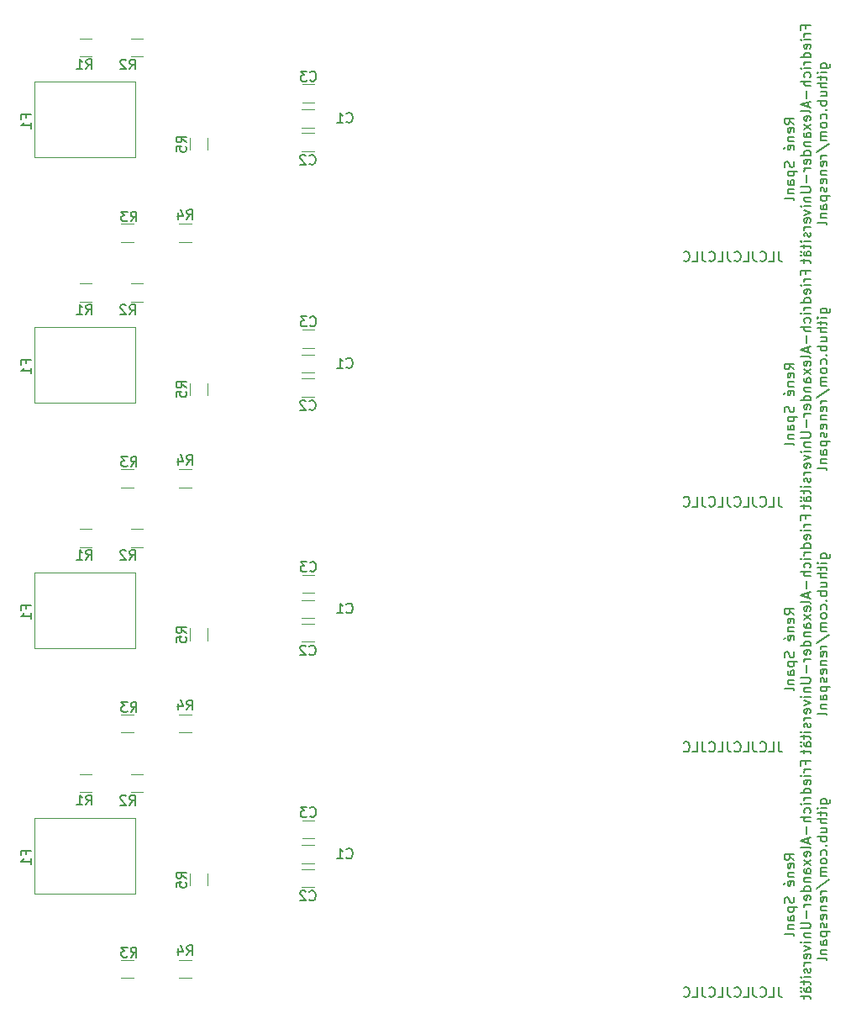
<source format=gbr>
G04 #@! TF.GenerationSoftware,KiCad,Pcbnew,(5.1.5)-3*
G04 #@! TF.CreationDate,2020-11-20T20:52:30+01:00*
G04 #@! TF.ProjectId,IsolationBarrier,49736f6c-6174-4696-9f6e-426172726965,rev?*
G04 #@! TF.SameCoordinates,Original*
G04 #@! TF.FileFunction,Legend,Bot*
G04 #@! TF.FilePolarity,Positive*
%FSLAX46Y46*%
G04 Gerber Fmt 4.6, Leading zero omitted, Abs format (unit mm)*
G04 Created by KiCad (PCBNEW (5.1.5)-3) date 2020-11-20 20:52:31*
%MOMM*%
%LPD*%
G04 APERTURE LIST*
%ADD10C,0.150000*%
%ADD11C,0.120000*%
G04 APERTURE END LIST*
D10*
X122371647Y-183620980D02*
X122371647Y-184335266D01*
X122419266Y-184478123D01*
X122514504Y-184573361D01*
X122657361Y-184620980D01*
X122752600Y-184620980D01*
X121419266Y-184620980D02*
X121895457Y-184620980D01*
X121895457Y-183620980D01*
X120514504Y-184525742D02*
X120562123Y-184573361D01*
X120704980Y-184620980D01*
X120800219Y-184620980D01*
X120943076Y-184573361D01*
X121038314Y-184478123D01*
X121085933Y-184382885D01*
X121133552Y-184192409D01*
X121133552Y-184049552D01*
X121085933Y-183859076D01*
X121038314Y-183763838D01*
X120943076Y-183668600D01*
X120800219Y-183620980D01*
X120704980Y-183620980D01*
X120562123Y-183668600D01*
X120514504Y-183716219D01*
X119800219Y-183620980D02*
X119800219Y-184335266D01*
X119847838Y-184478123D01*
X119943076Y-184573361D01*
X120085933Y-184620980D01*
X120181171Y-184620980D01*
X118847838Y-184620980D02*
X119324028Y-184620980D01*
X119324028Y-183620980D01*
X117943076Y-184525742D02*
X117990695Y-184573361D01*
X118133552Y-184620980D01*
X118228790Y-184620980D01*
X118371647Y-184573361D01*
X118466885Y-184478123D01*
X118514504Y-184382885D01*
X118562123Y-184192409D01*
X118562123Y-184049552D01*
X118514504Y-183859076D01*
X118466885Y-183763838D01*
X118371647Y-183668600D01*
X118228790Y-183620980D01*
X118133552Y-183620980D01*
X117990695Y-183668600D01*
X117943076Y-183716219D01*
X117228790Y-183620980D02*
X117228790Y-184335266D01*
X117276409Y-184478123D01*
X117371647Y-184573361D01*
X117514504Y-184620980D01*
X117609742Y-184620980D01*
X116276409Y-184620980D02*
X116752600Y-184620980D01*
X116752600Y-183620980D01*
X115371647Y-184525742D02*
X115419266Y-184573361D01*
X115562123Y-184620980D01*
X115657361Y-184620980D01*
X115800219Y-184573361D01*
X115895457Y-184478123D01*
X115943076Y-184382885D01*
X115990695Y-184192409D01*
X115990695Y-184049552D01*
X115943076Y-183859076D01*
X115895457Y-183763838D01*
X115800219Y-183668600D01*
X115657361Y-183620980D01*
X115562123Y-183620980D01*
X115419266Y-183668600D01*
X115371647Y-183716219D01*
X114657361Y-183620980D02*
X114657361Y-184335266D01*
X114704980Y-184478123D01*
X114800219Y-184573361D01*
X114943076Y-184620980D01*
X115038314Y-184620980D01*
X113704980Y-184620980D02*
X114181171Y-184620980D01*
X114181171Y-183620980D01*
X112800219Y-184525742D02*
X112847838Y-184573361D01*
X112990695Y-184620980D01*
X113085933Y-184620980D01*
X113228790Y-184573361D01*
X113324028Y-184478123D01*
X113371647Y-184382885D01*
X113419266Y-184192409D01*
X113419266Y-184049552D01*
X113371647Y-183859076D01*
X113324028Y-183763838D01*
X113228790Y-183668600D01*
X113085933Y-183620980D01*
X112990695Y-183620980D01*
X112847838Y-183668600D01*
X112800219Y-183716219D01*
X123959080Y-170798919D02*
X123482890Y-170465585D01*
X123959080Y-170227490D02*
X122959080Y-170227490D01*
X122959080Y-170608442D01*
X123006700Y-170703680D01*
X123054319Y-170751300D01*
X123149557Y-170798919D01*
X123292414Y-170798919D01*
X123387652Y-170751300D01*
X123435271Y-170703680D01*
X123482890Y-170608442D01*
X123482890Y-170227490D01*
X123911461Y-171608442D02*
X123959080Y-171513204D01*
X123959080Y-171322728D01*
X123911461Y-171227490D01*
X123816223Y-171179871D01*
X123435271Y-171179871D01*
X123340033Y-171227490D01*
X123292414Y-171322728D01*
X123292414Y-171513204D01*
X123340033Y-171608442D01*
X123435271Y-171656061D01*
X123530509Y-171656061D01*
X123625747Y-171179871D01*
X123292414Y-172084633D02*
X123959080Y-172084633D01*
X123387652Y-172084633D02*
X123340033Y-172132252D01*
X123292414Y-172227490D01*
X123292414Y-172370347D01*
X123340033Y-172465585D01*
X123435271Y-172513204D01*
X123959080Y-172513204D01*
X123911461Y-173370347D02*
X123959080Y-173275109D01*
X123959080Y-173084633D01*
X123911461Y-172989395D01*
X123816223Y-172941776D01*
X123435271Y-172941776D01*
X123340033Y-172989395D01*
X123292414Y-173084633D01*
X123292414Y-173275109D01*
X123340033Y-173370347D01*
X123435271Y-173417966D01*
X123530509Y-173417966D01*
X123625747Y-172941776D01*
X122911461Y-173275109D02*
X123054319Y-173132252D01*
X123911461Y-174560823D02*
X123959080Y-174703680D01*
X123959080Y-174941776D01*
X123911461Y-175037014D01*
X123863842Y-175084633D01*
X123768604Y-175132252D01*
X123673366Y-175132252D01*
X123578128Y-175084633D01*
X123530509Y-175037014D01*
X123482890Y-174941776D01*
X123435271Y-174751300D01*
X123387652Y-174656061D01*
X123340033Y-174608442D01*
X123244795Y-174560823D01*
X123149557Y-174560823D01*
X123054319Y-174608442D01*
X123006700Y-174656061D01*
X122959080Y-174751300D01*
X122959080Y-174989395D01*
X123006700Y-175132252D01*
X123292414Y-175560823D02*
X124292414Y-175560823D01*
X123340033Y-175560823D02*
X123292414Y-175656061D01*
X123292414Y-175846538D01*
X123340033Y-175941776D01*
X123387652Y-175989395D01*
X123482890Y-176037014D01*
X123768604Y-176037014D01*
X123863842Y-175989395D01*
X123911461Y-175941776D01*
X123959080Y-175846538D01*
X123959080Y-175656061D01*
X123911461Y-175560823D01*
X123959080Y-176894157D02*
X123435271Y-176894157D01*
X123340033Y-176846538D01*
X123292414Y-176751300D01*
X123292414Y-176560823D01*
X123340033Y-176465585D01*
X123911461Y-176894157D02*
X123959080Y-176798919D01*
X123959080Y-176560823D01*
X123911461Y-176465585D01*
X123816223Y-176417966D01*
X123720985Y-176417966D01*
X123625747Y-176465585D01*
X123578128Y-176560823D01*
X123578128Y-176798919D01*
X123530509Y-176894157D01*
X123292414Y-177370347D02*
X123959080Y-177370347D01*
X123387652Y-177370347D02*
X123340033Y-177417966D01*
X123292414Y-177513204D01*
X123292414Y-177656061D01*
X123340033Y-177751300D01*
X123435271Y-177798919D01*
X123959080Y-177798919D01*
X123959080Y-178417966D02*
X123911461Y-178322728D01*
X123816223Y-178275109D01*
X122959080Y-178275109D01*
X125085271Y-161179871D02*
X125085271Y-160846538D01*
X125609080Y-160846538D02*
X124609080Y-160846538D01*
X124609080Y-161322728D01*
X125609080Y-161703680D02*
X124942414Y-161703680D01*
X125132890Y-161703680D02*
X125037652Y-161751300D01*
X124990033Y-161798919D01*
X124942414Y-161894157D01*
X124942414Y-161989395D01*
X125609080Y-162322728D02*
X124942414Y-162322728D01*
X124609080Y-162322728D02*
X124656700Y-162275109D01*
X124704319Y-162322728D01*
X124656700Y-162370347D01*
X124609080Y-162322728D01*
X124704319Y-162322728D01*
X125561461Y-163179871D02*
X125609080Y-163084633D01*
X125609080Y-162894157D01*
X125561461Y-162798919D01*
X125466223Y-162751300D01*
X125085271Y-162751300D01*
X124990033Y-162798919D01*
X124942414Y-162894157D01*
X124942414Y-163084633D01*
X124990033Y-163179871D01*
X125085271Y-163227490D01*
X125180509Y-163227490D01*
X125275747Y-162751300D01*
X125609080Y-164084633D02*
X124609080Y-164084633D01*
X125561461Y-164084633D02*
X125609080Y-163989395D01*
X125609080Y-163798919D01*
X125561461Y-163703680D01*
X125513842Y-163656061D01*
X125418604Y-163608442D01*
X125132890Y-163608442D01*
X125037652Y-163656061D01*
X124990033Y-163703680D01*
X124942414Y-163798919D01*
X124942414Y-163989395D01*
X124990033Y-164084633D01*
X125609080Y-164560823D02*
X124942414Y-164560823D01*
X125132890Y-164560823D02*
X125037652Y-164608442D01*
X124990033Y-164656061D01*
X124942414Y-164751300D01*
X124942414Y-164846538D01*
X125609080Y-165179871D02*
X124942414Y-165179871D01*
X124609080Y-165179871D02*
X124656700Y-165132252D01*
X124704319Y-165179871D01*
X124656700Y-165227490D01*
X124609080Y-165179871D01*
X124704319Y-165179871D01*
X125561461Y-166084633D02*
X125609080Y-165989395D01*
X125609080Y-165798919D01*
X125561461Y-165703680D01*
X125513842Y-165656061D01*
X125418604Y-165608442D01*
X125132890Y-165608442D01*
X125037652Y-165656061D01*
X124990033Y-165703680D01*
X124942414Y-165798919D01*
X124942414Y-165989395D01*
X124990033Y-166084633D01*
X125609080Y-166513204D02*
X124609080Y-166513204D01*
X125609080Y-166941776D02*
X125085271Y-166941776D01*
X124990033Y-166894157D01*
X124942414Y-166798919D01*
X124942414Y-166656061D01*
X124990033Y-166560823D01*
X125037652Y-166513204D01*
X125228128Y-167417966D02*
X125228128Y-168179871D01*
X125323366Y-168608442D02*
X125323366Y-169084633D01*
X125609080Y-168513204D02*
X124609080Y-168846538D01*
X125609080Y-169179871D01*
X125609080Y-169656061D02*
X125561461Y-169560823D01*
X125466223Y-169513204D01*
X124609080Y-169513204D01*
X125561461Y-170417966D02*
X125609080Y-170322728D01*
X125609080Y-170132252D01*
X125561461Y-170037014D01*
X125466223Y-169989395D01*
X125085271Y-169989395D01*
X124990033Y-170037014D01*
X124942414Y-170132252D01*
X124942414Y-170322728D01*
X124990033Y-170417966D01*
X125085271Y-170465585D01*
X125180509Y-170465585D01*
X125275747Y-169989395D01*
X125609080Y-170798919D02*
X124942414Y-171322728D01*
X124942414Y-170798919D02*
X125609080Y-171322728D01*
X125609080Y-172132252D02*
X125085271Y-172132252D01*
X124990033Y-172084633D01*
X124942414Y-171989395D01*
X124942414Y-171798919D01*
X124990033Y-171703680D01*
X125561461Y-172132252D02*
X125609080Y-172037014D01*
X125609080Y-171798919D01*
X125561461Y-171703680D01*
X125466223Y-171656061D01*
X125370985Y-171656061D01*
X125275747Y-171703680D01*
X125228128Y-171798919D01*
X125228128Y-172037014D01*
X125180509Y-172132252D01*
X124942414Y-172608442D02*
X125609080Y-172608442D01*
X125037652Y-172608442D02*
X124990033Y-172656061D01*
X124942414Y-172751300D01*
X124942414Y-172894157D01*
X124990033Y-172989395D01*
X125085271Y-173037014D01*
X125609080Y-173037014D01*
X125609080Y-173941776D02*
X124609080Y-173941776D01*
X125561461Y-173941776D02*
X125609080Y-173846538D01*
X125609080Y-173656061D01*
X125561461Y-173560823D01*
X125513842Y-173513204D01*
X125418604Y-173465585D01*
X125132890Y-173465585D01*
X125037652Y-173513204D01*
X124990033Y-173560823D01*
X124942414Y-173656061D01*
X124942414Y-173846538D01*
X124990033Y-173941776D01*
X125561461Y-174798919D02*
X125609080Y-174703680D01*
X125609080Y-174513204D01*
X125561461Y-174417966D01*
X125466223Y-174370347D01*
X125085271Y-174370347D01*
X124990033Y-174417966D01*
X124942414Y-174513204D01*
X124942414Y-174703680D01*
X124990033Y-174798919D01*
X125085271Y-174846538D01*
X125180509Y-174846538D01*
X125275747Y-174370347D01*
X125609080Y-175275109D02*
X124942414Y-175275109D01*
X125132890Y-175275109D02*
X125037652Y-175322728D01*
X124990033Y-175370347D01*
X124942414Y-175465585D01*
X124942414Y-175560823D01*
X125228128Y-175894157D02*
X125228128Y-176656061D01*
X124609080Y-177132252D02*
X125418604Y-177132252D01*
X125513842Y-177179871D01*
X125561461Y-177227490D01*
X125609080Y-177322728D01*
X125609080Y-177513204D01*
X125561461Y-177608442D01*
X125513842Y-177656061D01*
X125418604Y-177703680D01*
X124609080Y-177703680D01*
X124942414Y-178179871D02*
X125609080Y-178179871D01*
X125037652Y-178179871D02*
X124990033Y-178227490D01*
X124942414Y-178322728D01*
X124942414Y-178465585D01*
X124990033Y-178560823D01*
X125085271Y-178608442D01*
X125609080Y-178608442D01*
X125609080Y-179084633D02*
X124942414Y-179084633D01*
X124609080Y-179084633D02*
X124656700Y-179037014D01*
X124704319Y-179084633D01*
X124656700Y-179132252D01*
X124609080Y-179084633D01*
X124704319Y-179084633D01*
X124942414Y-179465585D02*
X125609080Y-179703680D01*
X124942414Y-179941776D01*
X125561461Y-180703680D02*
X125609080Y-180608442D01*
X125609080Y-180417966D01*
X125561461Y-180322728D01*
X125466223Y-180275109D01*
X125085271Y-180275109D01*
X124990033Y-180322728D01*
X124942414Y-180417966D01*
X124942414Y-180608442D01*
X124990033Y-180703680D01*
X125085271Y-180751300D01*
X125180509Y-180751300D01*
X125275747Y-180275109D01*
X125609080Y-181179871D02*
X124942414Y-181179871D01*
X125132890Y-181179871D02*
X125037652Y-181227490D01*
X124990033Y-181275109D01*
X124942414Y-181370347D01*
X124942414Y-181465585D01*
X125561461Y-181751300D02*
X125609080Y-181846538D01*
X125609080Y-182037014D01*
X125561461Y-182132252D01*
X125466223Y-182179871D01*
X125418604Y-182179871D01*
X125323366Y-182132252D01*
X125275747Y-182037014D01*
X125275747Y-181894157D01*
X125228128Y-181798919D01*
X125132890Y-181751300D01*
X125085271Y-181751300D01*
X124990033Y-181798919D01*
X124942414Y-181894157D01*
X124942414Y-182037014D01*
X124990033Y-182132252D01*
X125609080Y-182608442D02*
X124942414Y-182608442D01*
X124609080Y-182608442D02*
X124656700Y-182560823D01*
X124704319Y-182608442D01*
X124656700Y-182656061D01*
X124609080Y-182608442D01*
X124704319Y-182608442D01*
X124942414Y-182941776D02*
X124942414Y-183322728D01*
X124609080Y-183084633D02*
X125466223Y-183084633D01*
X125561461Y-183132252D01*
X125609080Y-183227490D01*
X125609080Y-183322728D01*
X125609080Y-184084633D02*
X125085271Y-184084633D01*
X124990033Y-184037014D01*
X124942414Y-183941776D01*
X124942414Y-183751300D01*
X124990033Y-183656061D01*
X125561461Y-184084633D02*
X125609080Y-183989395D01*
X125609080Y-183751300D01*
X125561461Y-183656061D01*
X125466223Y-183608442D01*
X125370985Y-183608442D01*
X125275747Y-183656061D01*
X125228128Y-183751300D01*
X125228128Y-183989395D01*
X125180509Y-184084633D01*
X124609080Y-183656061D02*
X124656700Y-183703680D01*
X124704319Y-183656061D01*
X124656700Y-183608442D01*
X124609080Y-183656061D01*
X124704319Y-183656061D01*
X124609080Y-184037014D02*
X124656700Y-184084633D01*
X124704319Y-184037014D01*
X124656700Y-183989395D01*
X124609080Y-184037014D01*
X124704319Y-184037014D01*
X124942414Y-184417966D02*
X124942414Y-184798919D01*
X124609080Y-184560823D02*
X125466223Y-184560823D01*
X125561461Y-184608442D01*
X125609080Y-184703680D01*
X125609080Y-184798919D01*
X126592414Y-165132252D02*
X127401938Y-165132252D01*
X127497176Y-165084633D01*
X127544795Y-165037014D01*
X127592414Y-164941776D01*
X127592414Y-164798919D01*
X127544795Y-164703680D01*
X127211461Y-165132252D02*
X127259080Y-165037014D01*
X127259080Y-164846538D01*
X127211461Y-164751300D01*
X127163842Y-164703680D01*
X127068604Y-164656061D01*
X126782890Y-164656061D01*
X126687652Y-164703680D01*
X126640033Y-164751300D01*
X126592414Y-164846538D01*
X126592414Y-165037014D01*
X126640033Y-165132252D01*
X127259080Y-165608442D02*
X126592414Y-165608442D01*
X126259080Y-165608442D02*
X126306700Y-165560823D01*
X126354319Y-165608442D01*
X126306700Y-165656061D01*
X126259080Y-165608442D01*
X126354319Y-165608442D01*
X126592414Y-165941776D02*
X126592414Y-166322728D01*
X126259080Y-166084633D02*
X127116223Y-166084633D01*
X127211461Y-166132252D01*
X127259080Y-166227490D01*
X127259080Y-166322728D01*
X127259080Y-166656061D02*
X126259080Y-166656061D01*
X127259080Y-167084633D02*
X126735271Y-167084633D01*
X126640033Y-167037014D01*
X126592414Y-166941776D01*
X126592414Y-166798919D01*
X126640033Y-166703680D01*
X126687652Y-166656061D01*
X126592414Y-167989395D02*
X127259080Y-167989395D01*
X126592414Y-167560823D02*
X127116223Y-167560823D01*
X127211461Y-167608442D01*
X127259080Y-167703680D01*
X127259080Y-167846538D01*
X127211461Y-167941776D01*
X127163842Y-167989395D01*
X127259080Y-168465585D02*
X126259080Y-168465585D01*
X126640033Y-168465585D02*
X126592414Y-168560823D01*
X126592414Y-168751300D01*
X126640033Y-168846538D01*
X126687652Y-168894157D01*
X126782890Y-168941776D01*
X127068604Y-168941776D01*
X127163842Y-168894157D01*
X127211461Y-168846538D01*
X127259080Y-168751300D01*
X127259080Y-168560823D01*
X127211461Y-168465585D01*
X127163842Y-169370347D02*
X127211461Y-169417966D01*
X127259080Y-169370347D01*
X127211461Y-169322728D01*
X127163842Y-169370347D01*
X127259080Y-169370347D01*
X127211461Y-170275109D02*
X127259080Y-170179871D01*
X127259080Y-169989395D01*
X127211461Y-169894157D01*
X127163842Y-169846538D01*
X127068604Y-169798919D01*
X126782890Y-169798919D01*
X126687652Y-169846538D01*
X126640033Y-169894157D01*
X126592414Y-169989395D01*
X126592414Y-170179871D01*
X126640033Y-170275109D01*
X127259080Y-170846538D02*
X127211461Y-170751300D01*
X127163842Y-170703680D01*
X127068604Y-170656061D01*
X126782890Y-170656061D01*
X126687652Y-170703680D01*
X126640033Y-170751300D01*
X126592414Y-170846538D01*
X126592414Y-170989395D01*
X126640033Y-171084633D01*
X126687652Y-171132252D01*
X126782890Y-171179871D01*
X127068604Y-171179871D01*
X127163842Y-171132252D01*
X127211461Y-171084633D01*
X127259080Y-170989395D01*
X127259080Y-170846538D01*
X127259080Y-171608442D02*
X126592414Y-171608442D01*
X126687652Y-171608442D02*
X126640033Y-171656061D01*
X126592414Y-171751300D01*
X126592414Y-171894157D01*
X126640033Y-171989395D01*
X126735271Y-172037014D01*
X127259080Y-172037014D01*
X126735271Y-172037014D02*
X126640033Y-172084633D01*
X126592414Y-172179871D01*
X126592414Y-172322728D01*
X126640033Y-172417966D01*
X126735271Y-172465585D01*
X127259080Y-172465585D01*
X126211461Y-173656061D02*
X127497176Y-172798919D01*
X127259080Y-173989395D02*
X126592414Y-173989395D01*
X126782890Y-173989395D02*
X126687652Y-174037014D01*
X126640033Y-174084633D01*
X126592414Y-174179871D01*
X126592414Y-174275109D01*
X127211461Y-174989395D02*
X127259080Y-174894157D01*
X127259080Y-174703680D01*
X127211461Y-174608442D01*
X127116223Y-174560823D01*
X126735271Y-174560823D01*
X126640033Y-174608442D01*
X126592414Y-174703680D01*
X126592414Y-174894157D01*
X126640033Y-174989395D01*
X126735271Y-175037014D01*
X126830509Y-175037014D01*
X126925747Y-174560823D01*
X126592414Y-175465585D02*
X127259080Y-175465585D01*
X126687652Y-175465585D02*
X126640033Y-175513204D01*
X126592414Y-175608442D01*
X126592414Y-175751300D01*
X126640033Y-175846538D01*
X126735271Y-175894157D01*
X127259080Y-175894157D01*
X127211461Y-176751300D02*
X127259080Y-176656061D01*
X127259080Y-176465585D01*
X127211461Y-176370347D01*
X127116223Y-176322728D01*
X126735271Y-176322728D01*
X126640033Y-176370347D01*
X126592414Y-176465585D01*
X126592414Y-176656061D01*
X126640033Y-176751300D01*
X126735271Y-176798919D01*
X126830509Y-176798919D01*
X126925747Y-176322728D01*
X127211461Y-177179871D02*
X127259080Y-177275109D01*
X127259080Y-177465585D01*
X127211461Y-177560823D01*
X127116223Y-177608442D01*
X127068604Y-177608442D01*
X126973366Y-177560823D01*
X126925747Y-177465585D01*
X126925747Y-177322728D01*
X126878128Y-177227490D01*
X126782890Y-177179871D01*
X126735271Y-177179871D01*
X126640033Y-177227490D01*
X126592414Y-177322728D01*
X126592414Y-177465585D01*
X126640033Y-177560823D01*
X126592414Y-178037014D02*
X127592414Y-178037014D01*
X126640033Y-178037014D02*
X126592414Y-178132252D01*
X126592414Y-178322728D01*
X126640033Y-178417966D01*
X126687652Y-178465585D01*
X126782890Y-178513204D01*
X127068604Y-178513204D01*
X127163842Y-178465585D01*
X127211461Y-178417966D01*
X127259080Y-178322728D01*
X127259080Y-178132252D01*
X127211461Y-178037014D01*
X127259080Y-179370347D02*
X126735271Y-179370347D01*
X126640033Y-179322728D01*
X126592414Y-179227490D01*
X126592414Y-179037014D01*
X126640033Y-178941776D01*
X127211461Y-179370347D02*
X127259080Y-179275109D01*
X127259080Y-179037014D01*
X127211461Y-178941776D01*
X127116223Y-178894157D01*
X127020985Y-178894157D01*
X126925747Y-178941776D01*
X126878128Y-179037014D01*
X126878128Y-179275109D01*
X126830509Y-179370347D01*
X126592414Y-179846538D02*
X127259080Y-179846538D01*
X126687652Y-179846538D02*
X126640033Y-179894157D01*
X126592414Y-179989395D01*
X126592414Y-180132252D01*
X126640033Y-180227490D01*
X126735271Y-180275109D01*
X127259080Y-180275109D01*
X127259080Y-180894157D02*
X127211461Y-180798919D01*
X127116223Y-180751300D01*
X126259080Y-180751300D01*
X122371647Y-158920980D02*
X122371647Y-159635266D01*
X122419266Y-159778123D01*
X122514504Y-159873361D01*
X122657361Y-159920980D01*
X122752600Y-159920980D01*
X121419266Y-159920980D02*
X121895457Y-159920980D01*
X121895457Y-158920980D01*
X120514504Y-159825742D02*
X120562123Y-159873361D01*
X120704980Y-159920980D01*
X120800219Y-159920980D01*
X120943076Y-159873361D01*
X121038314Y-159778123D01*
X121085933Y-159682885D01*
X121133552Y-159492409D01*
X121133552Y-159349552D01*
X121085933Y-159159076D01*
X121038314Y-159063838D01*
X120943076Y-158968600D01*
X120800219Y-158920980D01*
X120704980Y-158920980D01*
X120562123Y-158968600D01*
X120514504Y-159016219D01*
X119800219Y-158920980D02*
X119800219Y-159635266D01*
X119847838Y-159778123D01*
X119943076Y-159873361D01*
X120085933Y-159920980D01*
X120181171Y-159920980D01*
X118847838Y-159920980D02*
X119324028Y-159920980D01*
X119324028Y-158920980D01*
X117943076Y-159825742D02*
X117990695Y-159873361D01*
X118133552Y-159920980D01*
X118228790Y-159920980D01*
X118371647Y-159873361D01*
X118466885Y-159778123D01*
X118514504Y-159682885D01*
X118562123Y-159492409D01*
X118562123Y-159349552D01*
X118514504Y-159159076D01*
X118466885Y-159063838D01*
X118371647Y-158968600D01*
X118228790Y-158920980D01*
X118133552Y-158920980D01*
X117990695Y-158968600D01*
X117943076Y-159016219D01*
X117228790Y-158920980D02*
X117228790Y-159635266D01*
X117276409Y-159778123D01*
X117371647Y-159873361D01*
X117514504Y-159920980D01*
X117609742Y-159920980D01*
X116276409Y-159920980D02*
X116752600Y-159920980D01*
X116752600Y-158920980D01*
X115371647Y-159825742D02*
X115419266Y-159873361D01*
X115562123Y-159920980D01*
X115657361Y-159920980D01*
X115800219Y-159873361D01*
X115895457Y-159778123D01*
X115943076Y-159682885D01*
X115990695Y-159492409D01*
X115990695Y-159349552D01*
X115943076Y-159159076D01*
X115895457Y-159063838D01*
X115800219Y-158968600D01*
X115657361Y-158920980D01*
X115562123Y-158920980D01*
X115419266Y-158968600D01*
X115371647Y-159016219D01*
X114657361Y-158920980D02*
X114657361Y-159635266D01*
X114704980Y-159778123D01*
X114800219Y-159873361D01*
X114943076Y-159920980D01*
X115038314Y-159920980D01*
X113704980Y-159920980D02*
X114181171Y-159920980D01*
X114181171Y-158920980D01*
X112800219Y-159825742D02*
X112847838Y-159873361D01*
X112990695Y-159920980D01*
X113085933Y-159920980D01*
X113228790Y-159873361D01*
X113324028Y-159778123D01*
X113371647Y-159682885D01*
X113419266Y-159492409D01*
X113419266Y-159349552D01*
X113371647Y-159159076D01*
X113324028Y-159063838D01*
X113228790Y-158968600D01*
X113085933Y-158920980D01*
X112990695Y-158920980D01*
X112847838Y-158968600D01*
X112800219Y-159016219D01*
X123959080Y-146098919D02*
X123482890Y-145765585D01*
X123959080Y-145527490D02*
X122959080Y-145527490D01*
X122959080Y-145908442D01*
X123006700Y-146003680D01*
X123054319Y-146051300D01*
X123149557Y-146098919D01*
X123292414Y-146098919D01*
X123387652Y-146051300D01*
X123435271Y-146003680D01*
X123482890Y-145908442D01*
X123482890Y-145527490D01*
X123911461Y-146908442D02*
X123959080Y-146813204D01*
X123959080Y-146622728D01*
X123911461Y-146527490D01*
X123816223Y-146479871D01*
X123435271Y-146479871D01*
X123340033Y-146527490D01*
X123292414Y-146622728D01*
X123292414Y-146813204D01*
X123340033Y-146908442D01*
X123435271Y-146956061D01*
X123530509Y-146956061D01*
X123625747Y-146479871D01*
X123292414Y-147384633D02*
X123959080Y-147384633D01*
X123387652Y-147384633D02*
X123340033Y-147432252D01*
X123292414Y-147527490D01*
X123292414Y-147670347D01*
X123340033Y-147765585D01*
X123435271Y-147813204D01*
X123959080Y-147813204D01*
X123911461Y-148670347D02*
X123959080Y-148575109D01*
X123959080Y-148384633D01*
X123911461Y-148289395D01*
X123816223Y-148241776D01*
X123435271Y-148241776D01*
X123340033Y-148289395D01*
X123292414Y-148384633D01*
X123292414Y-148575109D01*
X123340033Y-148670347D01*
X123435271Y-148717966D01*
X123530509Y-148717966D01*
X123625747Y-148241776D01*
X122911461Y-148575109D02*
X123054319Y-148432252D01*
X123911461Y-149860823D02*
X123959080Y-150003680D01*
X123959080Y-150241776D01*
X123911461Y-150337014D01*
X123863842Y-150384633D01*
X123768604Y-150432252D01*
X123673366Y-150432252D01*
X123578128Y-150384633D01*
X123530509Y-150337014D01*
X123482890Y-150241776D01*
X123435271Y-150051300D01*
X123387652Y-149956061D01*
X123340033Y-149908442D01*
X123244795Y-149860823D01*
X123149557Y-149860823D01*
X123054319Y-149908442D01*
X123006700Y-149956061D01*
X122959080Y-150051300D01*
X122959080Y-150289395D01*
X123006700Y-150432252D01*
X123292414Y-150860823D02*
X124292414Y-150860823D01*
X123340033Y-150860823D02*
X123292414Y-150956061D01*
X123292414Y-151146538D01*
X123340033Y-151241776D01*
X123387652Y-151289395D01*
X123482890Y-151337014D01*
X123768604Y-151337014D01*
X123863842Y-151289395D01*
X123911461Y-151241776D01*
X123959080Y-151146538D01*
X123959080Y-150956061D01*
X123911461Y-150860823D01*
X123959080Y-152194157D02*
X123435271Y-152194157D01*
X123340033Y-152146538D01*
X123292414Y-152051300D01*
X123292414Y-151860823D01*
X123340033Y-151765585D01*
X123911461Y-152194157D02*
X123959080Y-152098919D01*
X123959080Y-151860823D01*
X123911461Y-151765585D01*
X123816223Y-151717966D01*
X123720985Y-151717966D01*
X123625747Y-151765585D01*
X123578128Y-151860823D01*
X123578128Y-152098919D01*
X123530509Y-152194157D01*
X123292414Y-152670347D02*
X123959080Y-152670347D01*
X123387652Y-152670347D02*
X123340033Y-152717966D01*
X123292414Y-152813204D01*
X123292414Y-152956061D01*
X123340033Y-153051300D01*
X123435271Y-153098919D01*
X123959080Y-153098919D01*
X123959080Y-153717966D02*
X123911461Y-153622728D01*
X123816223Y-153575109D01*
X122959080Y-153575109D01*
X125085271Y-136479871D02*
X125085271Y-136146538D01*
X125609080Y-136146538D02*
X124609080Y-136146538D01*
X124609080Y-136622728D01*
X125609080Y-137003680D02*
X124942414Y-137003680D01*
X125132890Y-137003680D02*
X125037652Y-137051300D01*
X124990033Y-137098919D01*
X124942414Y-137194157D01*
X124942414Y-137289395D01*
X125609080Y-137622728D02*
X124942414Y-137622728D01*
X124609080Y-137622728D02*
X124656700Y-137575109D01*
X124704319Y-137622728D01*
X124656700Y-137670347D01*
X124609080Y-137622728D01*
X124704319Y-137622728D01*
X125561461Y-138479871D02*
X125609080Y-138384633D01*
X125609080Y-138194157D01*
X125561461Y-138098919D01*
X125466223Y-138051300D01*
X125085271Y-138051300D01*
X124990033Y-138098919D01*
X124942414Y-138194157D01*
X124942414Y-138384633D01*
X124990033Y-138479871D01*
X125085271Y-138527490D01*
X125180509Y-138527490D01*
X125275747Y-138051300D01*
X125609080Y-139384633D02*
X124609080Y-139384633D01*
X125561461Y-139384633D02*
X125609080Y-139289395D01*
X125609080Y-139098919D01*
X125561461Y-139003680D01*
X125513842Y-138956061D01*
X125418604Y-138908442D01*
X125132890Y-138908442D01*
X125037652Y-138956061D01*
X124990033Y-139003680D01*
X124942414Y-139098919D01*
X124942414Y-139289395D01*
X124990033Y-139384633D01*
X125609080Y-139860823D02*
X124942414Y-139860823D01*
X125132890Y-139860823D02*
X125037652Y-139908442D01*
X124990033Y-139956061D01*
X124942414Y-140051300D01*
X124942414Y-140146538D01*
X125609080Y-140479871D02*
X124942414Y-140479871D01*
X124609080Y-140479871D02*
X124656700Y-140432252D01*
X124704319Y-140479871D01*
X124656700Y-140527490D01*
X124609080Y-140479871D01*
X124704319Y-140479871D01*
X125561461Y-141384633D02*
X125609080Y-141289395D01*
X125609080Y-141098919D01*
X125561461Y-141003680D01*
X125513842Y-140956061D01*
X125418604Y-140908442D01*
X125132890Y-140908442D01*
X125037652Y-140956061D01*
X124990033Y-141003680D01*
X124942414Y-141098919D01*
X124942414Y-141289395D01*
X124990033Y-141384633D01*
X125609080Y-141813204D02*
X124609080Y-141813204D01*
X125609080Y-142241776D02*
X125085271Y-142241776D01*
X124990033Y-142194157D01*
X124942414Y-142098919D01*
X124942414Y-141956061D01*
X124990033Y-141860823D01*
X125037652Y-141813204D01*
X125228128Y-142717966D02*
X125228128Y-143479871D01*
X125323366Y-143908442D02*
X125323366Y-144384633D01*
X125609080Y-143813204D02*
X124609080Y-144146538D01*
X125609080Y-144479871D01*
X125609080Y-144956061D02*
X125561461Y-144860823D01*
X125466223Y-144813204D01*
X124609080Y-144813204D01*
X125561461Y-145717966D02*
X125609080Y-145622728D01*
X125609080Y-145432252D01*
X125561461Y-145337014D01*
X125466223Y-145289395D01*
X125085271Y-145289395D01*
X124990033Y-145337014D01*
X124942414Y-145432252D01*
X124942414Y-145622728D01*
X124990033Y-145717966D01*
X125085271Y-145765585D01*
X125180509Y-145765585D01*
X125275747Y-145289395D01*
X125609080Y-146098919D02*
X124942414Y-146622728D01*
X124942414Y-146098919D02*
X125609080Y-146622728D01*
X125609080Y-147432252D02*
X125085271Y-147432252D01*
X124990033Y-147384633D01*
X124942414Y-147289395D01*
X124942414Y-147098919D01*
X124990033Y-147003680D01*
X125561461Y-147432252D02*
X125609080Y-147337014D01*
X125609080Y-147098919D01*
X125561461Y-147003680D01*
X125466223Y-146956061D01*
X125370985Y-146956061D01*
X125275747Y-147003680D01*
X125228128Y-147098919D01*
X125228128Y-147337014D01*
X125180509Y-147432252D01*
X124942414Y-147908442D02*
X125609080Y-147908442D01*
X125037652Y-147908442D02*
X124990033Y-147956061D01*
X124942414Y-148051300D01*
X124942414Y-148194157D01*
X124990033Y-148289395D01*
X125085271Y-148337014D01*
X125609080Y-148337014D01*
X125609080Y-149241776D02*
X124609080Y-149241776D01*
X125561461Y-149241776D02*
X125609080Y-149146538D01*
X125609080Y-148956061D01*
X125561461Y-148860823D01*
X125513842Y-148813204D01*
X125418604Y-148765585D01*
X125132890Y-148765585D01*
X125037652Y-148813204D01*
X124990033Y-148860823D01*
X124942414Y-148956061D01*
X124942414Y-149146538D01*
X124990033Y-149241776D01*
X125561461Y-150098919D02*
X125609080Y-150003680D01*
X125609080Y-149813204D01*
X125561461Y-149717966D01*
X125466223Y-149670347D01*
X125085271Y-149670347D01*
X124990033Y-149717966D01*
X124942414Y-149813204D01*
X124942414Y-150003680D01*
X124990033Y-150098919D01*
X125085271Y-150146538D01*
X125180509Y-150146538D01*
X125275747Y-149670347D01*
X125609080Y-150575109D02*
X124942414Y-150575109D01*
X125132890Y-150575109D02*
X125037652Y-150622728D01*
X124990033Y-150670347D01*
X124942414Y-150765585D01*
X124942414Y-150860823D01*
X125228128Y-151194157D02*
X125228128Y-151956061D01*
X124609080Y-152432252D02*
X125418604Y-152432252D01*
X125513842Y-152479871D01*
X125561461Y-152527490D01*
X125609080Y-152622728D01*
X125609080Y-152813204D01*
X125561461Y-152908442D01*
X125513842Y-152956061D01*
X125418604Y-153003680D01*
X124609080Y-153003680D01*
X124942414Y-153479871D02*
X125609080Y-153479871D01*
X125037652Y-153479871D02*
X124990033Y-153527490D01*
X124942414Y-153622728D01*
X124942414Y-153765585D01*
X124990033Y-153860823D01*
X125085271Y-153908442D01*
X125609080Y-153908442D01*
X125609080Y-154384633D02*
X124942414Y-154384633D01*
X124609080Y-154384633D02*
X124656700Y-154337014D01*
X124704319Y-154384633D01*
X124656700Y-154432252D01*
X124609080Y-154384633D01*
X124704319Y-154384633D01*
X124942414Y-154765585D02*
X125609080Y-155003680D01*
X124942414Y-155241776D01*
X125561461Y-156003680D02*
X125609080Y-155908442D01*
X125609080Y-155717966D01*
X125561461Y-155622728D01*
X125466223Y-155575109D01*
X125085271Y-155575109D01*
X124990033Y-155622728D01*
X124942414Y-155717966D01*
X124942414Y-155908442D01*
X124990033Y-156003680D01*
X125085271Y-156051300D01*
X125180509Y-156051300D01*
X125275747Y-155575109D01*
X125609080Y-156479871D02*
X124942414Y-156479871D01*
X125132890Y-156479871D02*
X125037652Y-156527490D01*
X124990033Y-156575109D01*
X124942414Y-156670347D01*
X124942414Y-156765585D01*
X125561461Y-157051300D02*
X125609080Y-157146538D01*
X125609080Y-157337014D01*
X125561461Y-157432252D01*
X125466223Y-157479871D01*
X125418604Y-157479871D01*
X125323366Y-157432252D01*
X125275747Y-157337014D01*
X125275747Y-157194157D01*
X125228128Y-157098919D01*
X125132890Y-157051300D01*
X125085271Y-157051300D01*
X124990033Y-157098919D01*
X124942414Y-157194157D01*
X124942414Y-157337014D01*
X124990033Y-157432252D01*
X125609080Y-157908442D02*
X124942414Y-157908442D01*
X124609080Y-157908442D02*
X124656700Y-157860823D01*
X124704319Y-157908442D01*
X124656700Y-157956061D01*
X124609080Y-157908442D01*
X124704319Y-157908442D01*
X124942414Y-158241776D02*
X124942414Y-158622728D01*
X124609080Y-158384633D02*
X125466223Y-158384633D01*
X125561461Y-158432252D01*
X125609080Y-158527490D01*
X125609080Y-158622728D01*
X125609080Y-159384633D02*
X125085271Y-159384633D01*
X124990033Y-159337014D01*
X124942414Y-159241776D01*
X124942414Y-159051300D01*
X124990033Y-158956061D01*
X125561461Y-159384633D02*
X125609080Y-159289395D01*
X125609080Y-159051300D01*
X125561461Y-158956061D01*
X125466223Y-158908442D01*
X125370985Y-158908442D01*
X125275747Y-158956061D01*
X125228128Y-159051300D01*
X125228128Y-159289395D01*
X125180509Y-159384633D01*
X124609080Y-158956061D02*
X124656700Y-159003680D01*
X124704319Y-158956061D01*
X124656700Y-158908442D01*
X124609080Y-158956061D01*
X124704319Y-158956061D01*
X124609080Y-159337014D02*
X124656700Y-159384633D01*
X124704319Y-159337014D01*
X124656700Y-159289395D01*
X124609080Y-159337014D01*
X124704319Y-159337014D01*
X124942414Y-159717966D02*
X124942414Y-160098919D01*
X124609080Y-159860823D02*
X125466223Y-159860823D01*
X125561461Y-159908442D01*
X125609080Y-160003680D01*
X125609080Y-160098919D01*
X126592414Y-140432252D02*
X127401938Y-140432252D01*
X127497176Y-140384633D01*
X127544795Y-140337014D01*
X127592414Y-140241776D01*
X127592414Y-140098919D01*
X127544795Y-140003680D01*
X127211461Y-140432252D02*
X127259080Y-140337014D01*
X127259080Y-140146538D01*
X127211461Y-140051300D01*
X127163842Y-140003680D01*
X127068604Y-139956061D01*
X126782890Y-139956061D01*
X126687652Y-140003680D01*
X126640033Y-140051300D01*
X126592414Y-140146538D01*
X126592414Y-140337014D01*
X126640033Y-140432252D01*
X127259080Y-140908442D02*
X126592414Y-140908442D01*
X126259080Y-140908442D02*
X126306700Y-140860823D01*
X126354319Y-140908442D01*
X126306700Y-140956061D01*
X126259080Y-140908442D01*
X126354319Y-140908442D01*
X126592414Y-141241776D02*
X126592414Y-141622728D01*
X126259080Y-141384633D02*
X127116223Y-141384633D01*
X127211461Y-141432252D01*
X127259080Y-141527490D01*
X127259080Y-141622728D01*
X127259080Y-141956061D02*
X126259080Y-141956061D01*
X127259080Y-142384633D02*
X126735271Y-142384633D01*
X126640033Y-142337014D01*
X126592414Y-142241776D01*
X126592414Y-142098919D01*
X126640033Y-142003680D01*
X126687652Y-141956061D01*
X126592414Y-143289395D02*
X127259080Y-143289395D01*
X126592414Y-142860823D02*
X127116223Y-142860823D01*
X127211461Y-142908442D01*
X127259080Y-143003680D01*
X127259080Y-143146538D01*
X127211461Y-143241776D01*
X127163842Y-143289395D01*
X127259080Y-143765585D02*
X126259080Y-143765585D01*
X126640033Y-143765585D02*
X126592414Y-143860823D01*
X126592414Y-144051300D01*
X126640033Y-144146538D01*
X126687652Y-144194157D01*
X126782890Y-144241776D01*
X127068604Y-144241776D01*
X127163842Y-144194157D01*
X127211461Y-144146538D01*
X127259080Y-144051300D01*
X127259080Y-143860823D01*
X127211461Y-143765585D01*
X127163842Y-144670347D02*
X127211461Y-144717966D01*
X127259080Y-144670347D01*
X127211461Y-144622728D01*
X127163842Y-144670347D01*
X127259080Y-144670347D01*
X127211461Y-145575109D02*
X127259080Y-145479871D01*
X127259080Y-145289395D01*
X127211461Y-145194157D01*
X127163842Y-145146538D01*
X127068604Y-145098919D01*
X126782890Y-145098919D01*
X126687652Y-145146538D01*
X126640033Y-145194157D01*
X126592414Y-145289395D01*
X126592414Y-145479871D01*
X126640033Y-145575109D01*
X127259080Y-146146538D02*
X127211461Y-146051300D01*
X127163842Y-146003680D01*
X127068604Y-145956061D01*
X126782890Y-145956061D01*
X126687652Y-146003680D01*
X126640033Y-146051300D01*
X126592414Y-146146538D01*
X126592414Y-146289395D01*
X126640033Y-146384633D01*
X126687652Y-146432252D01*
X126782890Y-146479871D01*
X127068604Y-146479871D01*
X127163842Y-146432252D01*
X127211461Y-146384633D01*
X127259080Y-146289395D01*
X127259080Y-146146538D01*
X127259080Y-146908442D02*
X126592414Y-146908442D01*
X126687652Y-146908442D02*
X126640033Y-146956061D01*
X126592414Y-147051300D01*
X126592414Y-147194157D01*
X126640033Y-147289395D01*
X126735271Y-147337014D01*
X127259080Y-147337014D01*
X126735271Y-147337014D02*
X126640033Y-147384633D01*
X126592414Y-147479871D01*
X126592414Y-147622728D01*
X126640033Y-147717966D01*
X126735271Y-147765585D01*
X127259080Y-147765585D01*
X126211461Y-148956061D02*
X127497176Y-148098919D01*
X127259080Y-149289395D02*
X126592414Y-149289395D01*
X126782890Y-149289395D02*
X126687652Y-149337014D01*
X126640033Y-149384633D01*
X126592414Y-149479871D01*
X126592414Y-149575109D01*
X127211461Y-150289395D02*
X127259080Y-150194157D01*
X127259080Y-150003680D01*
X127211461Y-149908442D01*
X127116223Y-149860823D01*
X126735271Y-149860823D01*
X126640033Y-149908442D01*
X126592414Y-150003680D01*
X126592414Y-150194157D01*
X126640033Y-150289395D01*
X126735271Y-150337014D01*
X126830509Y-150337014D01*
X126925747Y-149860823D01*
X126592414Y-150765585D02*
X127259080Y-150765585D01*
X126687652Y-150765585D02*
X126640033Y-150813204D01*
X126592414Y-150908442D01*
X126592414Y-151051300D01*
X126640033Y-151146538D01*
X126735271Y-151194157D01*
X127259080Y-151194157D01*
X127211461Y-152051300D02*
X127259080Y-151956061D01*
X127259080Y-151765585D01*
X127211461Y-151670347D01*
X127116223Y-151622728D01*
X126735271Y-151622728D01*
X126640033Y-151670347D01*
X126592414Y-151765585D01*
X126592414Y-151956061D01*
X126640033Y-152051300D01*
X126735271Y-152098919D01*
X126830509Y-152098919D01*
X126925747Y-151622728D01*
X127211461Y-152479871D02*
X127259080Y-152575109D01*
X127259080Y-152765585D01*
X127211461Y-152860823D01*
X127116223Y-152908442D01*
X127068604Y-152908442D01*
X126973366Y-152860823D01*
X126925747Y-152765585D01*
X126925747Y-152622728D01*
X126878128Y-152527490D01*
X126782890Y-152479871D01*
X126735271Y-152479871D01*
X126640033Y-152527490D01*
X126592414Y-152622728D01*
X126592414Y-152765585D01*
X126640033Y-152860823D01*
X126592414Y-153337014D02*
X127592414Y-153337014D01*
X126640033Y-153337014D02*
X126592414Y-153432252D01*
X126592414Y-153622728D01*
X126640033Y-153717966D01*
X126687652Y-153765585D01*
X126782890Y-153813204D01*
X127068604Y-153813204D01*
X127163842Y-153765585D01*
X127211461Y-153717966D01*
X127259080Y-153622728D01*
X127259080Y-153432252D01*
X127211461Y-153337014D01*
X127259080Y-154670347D02*
X126735271Y-154670347D01*
X126640033Y-154622728D01*
X126592414Y-154527490D01*
X126592414Y-154337014D01*
X126640033Y-154241776D01*
X127211461Y-154670347D02*
X127259080Y-154575109D01*
X127259080Y-154337014D01*
X127211461Y-154241776D01*
X127116223Y-154194157D01*
X127020985Y-154194157D01*
X126925747Y-154241776D01*
X126878128Y-154337014D01*
X126878128Y-154575109D01*
X126830509Y-154670347D01*
X126592414Y-155146538D02*
X127259080Y-155146538D01*
X126687652Y-155146538D02*
X126640033Y-155194157D01*
X126592414Y-155289395D01*
X126592414Y-155432252D01*
X126640033Y-155527490D01*
X126735271Y-155575109D01*
X127259080Y-155575109D01*
X127259080Y-156194157D02*
X127211461Y-156098919D01*
X127116223Y-156051300D01*
X126259080Y-156051300D01*
X122371647Y-134220980D02*
X122371647Y-134935266D01*
X122419266Y-135078123D01*
X122514504Y-135173361D01*
X122657361Y-135220980D01*
X122752600Y-135220980D01*
X121419266Y-135220980D02*
X121895457Y-135220980D01*
X121895457Y-134220980D01*
X120514504Y-135125742D02*
X120562123Y-135173361D01*
X120704980Y-135220980D01*
X120800219Y-135220980D01*
X120943076Y-135173361D01*
X121038314Y-135078123D01*
X121085933Y-134982885D01*
X121133552Y-134792409D01*
X121133552Y-134649552D01*
X121085933Y-134459076D01*
X121038314Y-134363838D01*
X120943076Y-134268600D01*
X120800219Y-134220980D01*
X120704980Y-134220980D01*
X120562123Y-134268600D01*
X120514504Y-134316219D01*
X119800219Y-134220980D02*
X119800219Y-134935266D01*
X119847838Y-135078123D01*
X119943076Y-135173361D01*
X120085933Y-135220980D01*
X120181171Y-135220980D01*
X118847838Y-135220980D02*
X119324028Y-135220980D01*
X119324028Y-134220980D01*
X117943076Y-135125742D02*
X117990695Y-135173361D01*
X118133552Y-135220980D01*
X118228790Y-135220980D01*
X118371647Y-135173361D01*
X118466885Y-135078123D01*
X118514504Y-134982885D01*
X118562123Y-134792409D01*
X118562123Y-134649552D01*
X118514504Y-134459076D01*
X118466885Y-134363838D01*
X118371647Y-134268600D01*
X118228790Y-134220980D01*
X118133552Y-134220980D01*
X117990695Y-134268600D01*
X117943076Y-134316219D01*
X117228790Y-134220980D02*
X117228790Y-134935266D01*
X117276409Y-135078123D01*
X117371647Y-135173361D01*
X117514504Y-135220980D01*
X117609742Y-135220980D01*
X116276409Y-135220980D02*
X116752600Y-135220980D01*
X116752600Y-134220980D01*
X115371647Y-135125742D02*
X115419266Y-135173361D01*
X115562123Y-135220980D01*
X115657361Y-135220980D01*
X115800219Y-135173361D01*
X115895457Y-135078123D01*
X115943076Y-134982885D01*
X115990695Y-134792409D01*
X115990695Y-134649552D01*
X115943076Y-134459076D01*
X115895457Y-134363838D01*
X115800219Y-134268600D01*
X115657361Y-134220980D01*
X115562123Y-134220980D01*
X115419266Y-134268600D01*
X115371647Y-134316219D01*
X114657361Y-134220980D02*
X114657361Y-134935266D01*
X114704980Y-135078123D01*
X114800219Y-135173361D01*
X114943076Y-135220980D01*
X115038314Y-135220980D01*
X113704980Y-135220980D02*
X114181171Y-135220980D01*
X114181171Y-134220980D01*
X112800219Y-135125742D02*
X112847838Y-135173361D01*
X112990695Y-135220980D01*
X113085933Y-135220980D01*
X113228790Y-135173361D01*
X113324028Y-135078123D01*
X113371647Y-134982885D01*
X113419266Y-134792409D01*
X113419266Y-134649552D01*
X113371647Y-134459076D01*
X113324028Y-134363838D01*
X113228790Y-134268600D01*
X113085933Y-134220980D01*
X112990695Y-134220980D01*
X112847838Y-134268600D01*
X112800219Y-134316219D01*
X123959080Y-121398919D02*
X123482890Y-121065585D01*
X123959080Y-120827490D02*
X122959080Y-120827490D01*
X122959080Y-121208442D01*
X123006700Y-121303680D01*
X123054319Y-121351300D01*
X123149557Y-121398919D01*
X123292414Y-121398919D01*
X123387652Y-121351300D01*
X123435271Y-121303680D01*
X123482890Y-121208442D01*
X123482890Y-120827490D01*
X123911461Y-122208442D02*
X123959080Y-122113204D01*
X123959080Y-121922728D01*
X123911461Y-121827490D01*
X123816223Y-121779871D01*
X123435271Y-121779871D01*
X123340033Y-121827490D01*
X123292414Y-121922728D01*
X123292414Y-122113204D01*
X123340033Y-122208442D01*
X123435271Y-122256061D01*
X123530509Y-122256061D01*
X123625747Y-121779871D01*
X123292414Y-122684633D02*
X123959080Y-122684633D01*
X123387652Y-122684633D02*
X123340033Y-122732252D01*
X123292414Y-122827490D01*
X123292414Y-122970347D01*
X123340033Y-123065585D01*
X123435271Y-123113204D01*
X123959080Y-123113204D01*
X123911461Y-123970347D02*
X123959080Y-123875109D01*
X123959080Y-123684633D01*
X123911461Y-123589395D01*
X123816223Y-123541776D01*
X123435271Y-123541776D01*
X123340033Y-123589395D01*
X123292414Y-123684633D01*
X123292414Y-123875109D01*
X123340033Y-123970347D01*
X123435271Y-124017966D01*
X123530509Y-124017966D01*
X123625747Y-123541776D01*
X122911461Y-123875109D02*
X123054319Y-123732252D01*
X123911461Y-125160823D02*
X123959080Y-125303680D01*
X123959080Y-125541776D01*
X123911461Y-125637014D01*
X123863842Y-125684633D01*
X123768604Y-125732252D01*
X123673366Y-125732252D01*
X123578128Y-125684633D01*
X123530509Y-125637014D01*
X123482890Y-125541776D01*
X123435271Y-125351300D01*
X123387652Y-125256061D01*
X123340033Y-125208442D01*
X123244795Y-125160823D01*
X123149557Y-125160823D01*
X123054319Y-125208442D01*
X123006700Y-125256061D01*
X122959080Y-125351300D01*
X122959080Y-125589395D01*
X123006700Y-125732252D01*
X123292414Y-126160823D02*
X124292414Y-126160823D01*
X123340033Y-126160823D02*
X123292414Y-126256061D01*
X123292414Y-126446538D01*
X123340033Y-126541776D01*
X123387652Y-126589395D01*
X123482890Y-126637014D01*
X123768604Y-126637014D01*
X123863842Y-126589395D01*
X123911461Y-126541776D01*
X123959080Y-126446538D01*
X123959080Y-126256061D01*
X123911461Y-126160823D01*
X123959080Y-127494157D02*
X123435271Y-127494157D01*
X123340033Y-127446538D01*
X123292414Y-127351300D01*
X123292414Y-127160823D01*
X123340033Y-127065585D01*
X123911461Y-127494157D02*
X123959080Y-127398919D01*
X123959080Y-127160823D01*
X123911461Y-127065585D01*
X123816223Y-127017966D01*
X123720985Y-127017966D01*
X123625747Y-127065585D01*
X123578128Y-127160823D01*
X123578128Y-127398919D01*
X123530509Y-127494157D01*
X123292414Y-127970347D02*
X123959080Y-127970347D01*
X123387652Y-127970347D02*
X123340033Y-128017966D01*
X123292414Y-128113204D01*
X123292414Y-128256061D01*
X123340033Y-128351300D01*
X123435271Y-128398919D01*
X123959080Y-128398919D01*
X123959080Y-129017966D02*
X123911461Y-128922728D01*
X123816223Y-128875109D01*
X122959080Y-128875109D01*
X125085271Y-111779871D02*
X125085271Y-111446538D01*
X125609080Y-111446538D02*
X124609080Y-111446538D01*
X124609080Y-111922728D01*
X125609080Y-112303680D02*
X124942414Y-112303680D01*
X125132890Y-112303680D02*
X125037652Y-112351300D01*
X124990033Y-112398919D01*
X124942414Y-112494157D01*
X124942414Y-112589395D01*
X125609080Y-112922728D02*
X124942414Y-112922728D01*
X124609080Y-112922728D02*
X124656700Y-112875109D01*
X124704319Y-112922728D01*
X124656700Y-112970347D01*
X124609080Y-112922728D01*
X124704319Y-112922728D01*
X125561461Y-113779871D02*
X125609080Y-113684633D01*
X125609080Y-113494157D01*
X125561461Y-113398919D01*
X125466223Y-113351300D01*
X125085271Y-113351300D01*
X124990033Y-113398919D01*
X124942414Y-113494157D01*
X124942414Y-113684633D01*
X124990033Y-113779871D01*
X125085271Y-113827490D01*
X125180509Y-113827490D01*
X125275747Y-113351300D01*
X125609080Y-114684633D02*
X124609080Y-114684633D01*
X125561461Y-114684633D02*
X125609080Y-114589395D01*
X125609080Y-114398919D01*
X125561461Y-114303680D01*
X125513842Y-114256061D01*
X125418604Y-114208442D01*
X125132890Y-114208442D01*
X125037652Y-114256061D01*
X124990033Y-114303680D01*
X124942414Y-114398919D01*
X124942414Y-114589395D01*
X124990033Y-114684633D01*
X125609080Y-115160823D02*
X124942414Y-115160823D01*
X125132890Y-115160823D02*
X125037652Y-115208442D01*
X124990033Y-115256061D01*
X124942414Y-115351300D01*
X124942414Y-115446538D01*
X125609080Y-115779871D02*
X124942414Y-115779871D01*
X124609080Y-115779871D02*
X124656700Y-115732252D01*
X124704319Y-115779871D01*
X124656700Y-115827490D01*
X124609080Y-115779871D01*
X124704319Y-115779871D01*
X125561461Y-116684633D02*
X125609080Y-116589395D01*
X125609080Y-116398919D01*
X125561461Y-116303680D01*
X125513842Y-116256061D01*
X125418604Y-116208442D01*
X125132890Y-116208442D01*
X125037652Y-116256061D01*
X124990033Y-116303680D01*
X124942414Y-116398919D01*
X124942414Y-116589395D01*
X124990033Y-116684633D01*
X125609080Y-117113204D02*
X124609080Y-117113204D01*
X125609080Y-117541776D02*
X125085271Y-117541776D01*
X124990033Y-117494157D01*
X124942414Y-117398919D01*
X124942414Y-117256061D01*
X124990033Y-117160823D01*
X125037652Y-117113204D01*
X125228128Y-118017966D02*
X125228128Y-118779871D01*
X125323366Y-119208442D02*
X125323366Y-119684633D01*
X125609080Y-119113204D02*
X124609080Y-119446538D01*
X125609080Y-119779871D01*
X125609080Y-120256061D02*
X125561461Y-120160823D01*
X125466223Y-120113204D01*
X124609080Y-120113204D01*
X125561461Y-121017966D02*
X125609080Y-120922728D01*
X125609080Y-120732252D01*
X125561461Y-120637014D01*
X125466223Y-120589395D01*
X125085271Y-120589395D01*
X124990033Y-120637014D01*
X124942414Y-120732252D01*
X124942414Y-120922728D01*
X124990033Y-121017966D01*
X125085271Y-121065585D01*
X125180509Y-121065585D01*
X125275747Y-120589395D01*
X125609080Y-121398919D02*
X124942414Y-121922728D01*
X124942414Y-121398919D02*
X125609080Y-121922728D01*
X125609080Y-122732252D02*
X125085271Y-122732252D01*
X124990033Y-122684633D01*
X124942414Y-122589395D01*
X124942414Y-122398919D01*
X124990033Y-122303680D01*
X125561461Y-122732252D02*
X125609080Y-122637014D01*
X125609080Y-122398919D01*
X125561461Y-122303680D01*
X125466223Y-122256061D01*
X125370985Y-122256061D01*
X125275747Y-122303680D01*
X125228128Y-122398919D01*
X125228128Y-122637014D01*
X125180509Y-122732252D01*
X124942414Y-123208442D02*
X125609080Y-123208442D01*
X125037652Y-123208442D02*
X124990033Y-123256061D01*
X124942414Y-123351300D01*
X124942414Y-123494157D01*
X124990033Y-123589395D01*
X125085271Y-123637014D01*
X125609080Y-123637014D01*
X125609080Y-124541776D02*
X124609080Y-124541776D01*
X125561461Y-124541776D02*
X125609080Y-124446538D01*
X125609080Y-124256061D01*
X125561461Y-124160823D01*
X125513842Y-124113204D01*
X125418604Y-124065585D01*
X125132890Y-124065585D01*
X125037652Y-124113204D01*
X124990033Y-124160823D01*
X124942414Y-124256061D01*
X124942414Y-124446538D01*
X124990033Y-124541776D01*
X125561461Y-125398919D02*
X125609080Y-125303680D01*
X125609080Y-125113204D01*
X125561461Y-125017966D01*
X125466223Y-124970347D01*
X125085271Y-124970347D01*
X124990033Y-125017966D01*
X124942414Y-125113204D01*
X124942414Y-125303680D01*
X124990033Y-125398919D01*
X125085271Y-125446538D01*
X125180509Y-125446538D01*
X125275747Y-124970347D01*
X125609080Y-125875109D02*
X124942414Y-125875109D01*
X125132890Y-125875109D02*
X125037652Y-125922728D01*
X124990033Y-125970347D01*
X124942414Y-126065585D01*
X124942414Y-126160823D01*
X125228128Y-126494157D02*
X125228128Y-127256061D01*
X124609080Y-127732252D02*
X125418604Y-127732252D01*
X125513842Y-127779871D01*
X125561461Y-127827490D01*
X125609080Y-127922728D01*
X125609080Y-128113204D01*
X125561461Y-128208442D01*
X125513842Y-128256061D01*
X125418604Y-128303680D01*
X124609080Y-128303680D01*
X124942414Y-128779871D02*
X125609080Y-128779871D01*
X125037652Y-128779871D02*
X124990033Y-128827490D01*
X124942414Y-128922728D01*
X124942414Y-129065585D01*
X124990033Y-129160823D01*
X125085271Y-129208442D01*
X125609080Y-129208442D01*
X125609080Y-129684633D02*
X124942414Y-129684633D01*
X124609080Y-129684633D02*
X124656700Y-129637014D01*
X124704319Y-129684633D01*
X124656700Y-129732252D01*
X124609080Y-129684633D01*
X124704319Y-129684633D01*
X124942414Y-130065585D02*
X125609080Y-130303680D01*
X124942414Y-130541776D01*
X125561461Y-131303680D02*
X125609080Y-131208442D01*
X125609080Y-131017966D01*
X125561461Y-130922728D01*
X125466223Y-130875109D01*
X125085271Y-130875109D01*
X124990033Y-130922728D01*
X124942414Y-131017966D01*
X124942414Y-131208442D01*
X124990033Y-131303680D01*
X125085271Y-131351300D01*
X125180509Y-131351300D01*
X125275747Y-130875109D01*
X125609080Y-131779871D02*
X124942414Y-131779871D01*
X125132890Y-131779871D02*
X125037652Y-131827490D01*
X124990033Y-131875109D01*
X124942414Y-131970347D01*
X124942414Y-132065585D01*
X125561461Y-132351300D02*
X125609080Y-132446538D01*
X125609080Y-132637014D01*
X125561461Y-132732252D01*
X125466223Y-132779871D01*
X125418604Y-132779871D01*
X125323366Y-132732252D01*
X125275747Y-132637014D01*
X125275747Y-132494157D01*
X125228128Y-132398919D01*
X125132890Y-132351300D01*
X125085271Y-132351300D01*
X124990033Y-132398919D01*
X124942414Y-132494157D01*
X124942414Y-132637014D01*
X124990033Y-132732252D01*
X125609080Y-133208442D02*
X124942414Y-133208442D01*
X124609080Y-133208442D02*
X124656700Y-133160823D01*
X124704319Y-133208442D01*
X124656700Y-133256061D01*
X124609080Y-133208442D01*
X124704319Y-133208442D01*
X124942414Y-133541776D02*
X124942414Y-133922728D01*
X124609080Y-133684633D02*
X125466223Y-133684633D01*
X125561461Y-133732252D01*
X125609080Y-133827490D01*
X125609080Y-133922728D01*
X125609080Y-134684633D02*
X125085271Y-134684633D01*
X124990033Y-134637014D01*
X124942414Y-134541776D01*
X124942414Y-134351300D01*
X124990033Y-134256061D01*
X125561461Y-134684633D02*
X125609080Y-134589395D01*
X125609080Y-134351300D01*
X125561461Y-134256061D01*
X125466223Y-134208442D01*
X125370985Y-134208442D01*
X125275747Y-134256061D01*
X125228128Y-134351300D01*
X125228128Y-134589395D01*
X125180509Y-134684633D01*
X124609080Y-134256061D02*
X124656700Y-134303680D01*
X124704319Y-134256061D01*
X124656700Y-134208442D01*
X124609080Y-134256061D01*
X124704319Y-134256061D01*
X124609080Y-134637014D02*
X124656700Y-134684633D01*
X124704319Y-134637014D01*
X124656700Y-134589395D01*
X124609080Y-134637014D01*
X124704319Y-134637014D01*
X124942414Y-135017966D02*
X124942414Y-135398919D01*
X124609080Y-135160823D02*
X125466223Y-135160823D01*
X125561461Y-135208442D01*
X125609080Y-135303680D01*
X125609080Y-135398919D01*
X126592414Y-115732252D02*
X127401938Y-115732252D01*
X127497176Y-115684633D01*
X127544795Y-115637014D01*
X127592414Y-115541776D01*
X127592414Y-115398919D01*
X127544795Y-115303680D01*
X127211461Y-115732252D02*
X127259080Y-115637014D01*
X127259080Y-115446538D01*
X127211461Y-115351300D01*
X127163842Y-115303680D01*
X127068604Y-115256061D01*
X126782890Y-115256061D01*
X126687652Y-115303680D01*
X126640033Y-115351300D01*
X126592414Y-115446538D01*
X126592414Y-115637014D01*
X126640033Y-115732252D01*
X127259080Y-116208442D02*
X126592414Y-116208442D01*
X126259080Y-116208442D02*
X126306700Y-116160823D01*
X126354319Y-116208442D01*
X126306700Y-116256061D01*
X126259080Y-116208442D01*
X126354319Y-116208442D01*
X126592414Y-116541776D02*
X126592414Y-116922728D01*
X126259080Y-116684633D02*
X127116223Y-116684633D01*
X127211461Y-116732252D01*
X127259080Y-116827490D01*
X127259080Y-116922728D01*
X127259080Y-117256061D02*
X126259080Y-117256061D01*
X127259080Y-117684633D02*
X126735271Y-117684633D01*
X126640033Y-117637014D01*
X126592414Y-117541776D01*
X126592414Y-117398919D01*
X126640033Y-117303680D01*
X126687652Y-117256061D01*
X126592414Y-118589395D02*
X127259080Y-118589395D01*
X126592414Y-118160823D02*
X127116223Y-118160823D01*
X127211461Y-118208442D01*
X127259080Y-118303680D01*
X127259080Y-118446538D01*
X127211461Y-118541776D01*
X127163842Y-118589395D01*
X127259080Y-119065585D02*
X126259080Y-119065585D01*
X126640033Y-119065585D02*
X126592414Y-119160823D01*
X126592414Y-119351300D01*
X126640033Y-119446538D01*
X126687652Y-119494157D01*
X126782890Y-119541776D01*
X127068604Y-119541776D01*
X127163842Y-119494157D01*
X127211461Y-119446538D01*
X127259080Y-119351300D01*
X127259080Y-119160823D01*
X127211461Y-119065585D01*
X127163842Y-119970347D02*
X127211461Y-120017966D01*
X127259080Y-119970347D01*
X127211461Y-119922728D01*
X127163842Y-119970347D01*
X127259080Y-119970347D01*
X127211461Y-120875109D02*
X127259080Y-120779871D01*
X127259080Y-120589395D01*
X127211461Y-120494157D01*
X127163842Y-120446538D01*
X127068604Y-120398919D01*
X126782890Y-120398919D01*
X126687652Y-120446538D01*
X126640033Y-120494157D01*
X126592414Y-120589395D01*
X126592414Y-120779871D01*
X126640033Y-120875109D01*
X127259080Y-121446538D02*
X127211461Y-121351300D01*
X127163842Y-121303680D01*
X127068604Y-121256061D01*
X126782890Y-121256061D01*
X126687652Y-121303680D01*
X126640033Y-121351300D01*
X126592414Y-121446538D01*
X126592414Y-121589395D01*
X126640033Y-121684633D01*
X126687652Y-121732252D01*
X126782890Y-121779871D01*
X127068604Y-121779871D01*
X127163842Y-121732252D01*
X127211461Y-121684633D01*
X127259080Y-121589395D01*
X127259080Y-121446538D01*
X127259080Y-122208442D02*
X126592414Y-122208442D01*
X126687652Y-122208442D02*
X126640033Y-122256061D01*
X126592414Y-122351300D01*
X126592414Y-122494157D01*
X126640033Y-122589395D01*
X126735271Y-122637014D01*
X127259080Y-122637014D01*
X126735271Y-122637014D02*
X126640033Y-122684633D01*
X126592414Y-122779871D01*
X126592414Y-122922728D01*
X126640033Y-123017966D01*
X126735271Y-123065585D01*
X127259080Y-123065585D01*
X126211461Y-124256061D02*
X127497176Y-123398919D01*
X127259080Y-124589395D02*
X126592414Y-124589395D01*
X126782890Y-124589395D02*
X126687652Y-124637014D01*
X126640033Y-124684633D01*
X126592414Y-124779871D01*
X126592414Y-124875109D01*
X127211461Y-125589395D02*
X127259080Y-125494157D01*
X127259080Y-125303680D01*
X127211461Y-125208442D01*
X127116223Y-125160823D01*
X126735271Y-125160823D01*
X126640033Y-125208442D01*
X126592414Y-125303680D01*
X126592414Y-125494157D01*
X126640033Y-125589395D01*
X126735271Y-125637014D01*
X126830509Y-125637014D01*
X126925747Y-125160823D01*
X126592414Y-126065585D02*
X127259080Y-126065585D01*
X126687652Y-126065585D02*
X126640033Y-126113204D01*
X126592414Y-126208442D01*
X126592414Y-126351300D01*
X126640033Y-126446538D01*
X126735271Y-126494157D01*
X127259080Y-126494157D01*
X127211461Y-127351300D02*
X127259080Y-127256061D01*
X127259080Y-127065585D01*
X127211461Y-126970347D01*
X127116223Y-126922728D01*
X126735271Y-126922728D01*
X126640033Y-126970347D01*
X126592414Y-127065585D01*
X126592414Y-127256061D01*
X126640033Y-127351300D01*
X126735271Y-127398919D01*
X126830509Y-127398919D01*
X126925747Y-126922728D01*
X127211461Y-127779871D02*
X127259080Y-127875109D01*
X127259080Y-128065585D01*
X127211461Y-128160823D01*
X127116223Y-128208442D01*
X127068604Y-128208442D01*
X126973366Y-128160823D01*
X126925747Y-128065585D01*
X126925747Y-127922728D01*
X126878128Y-127827490D01*
X126782890Y-127779871D01*
X126735271Y-127779871D01*
X126640033Y-127827490D01*
X126592414Y-127922728D01*
X126592414Y-128065585D01*
X126640033Y-128160823D01*
X126592414Y-128637014D02*
X127592414Y-128637014D01*
X126640033Y-128637014D02*
X126592414Y-128732252D01*
X126592414Y-128922728D01*
X126640033Y-129017966D01*
X126687652Y-129065585D01*
X126782890Y-129113204D01*
X127068604Y-129113204D01*
X127163842Y-129065585D01*
X127211461Y-129017966D01*
X127259080Y-128922728D01*
X127259080Y-128732252D01*
X127211461Y-128637014D01*
X127259080Y-129970347D02*
X126735271Y-129970347D01*
X126640033Y-129922728D01*
X126592414Y-129827490D01*
X126592414Y-129637014D01*
X126640033Y-129541776D01*
X127211461Y-129970347D02*
X127259080Y-129875109D01*
X127259080Y-129637014D01*
X127211461Y-129541776D01*
X127116223Y-129494157D01*
X127020985Y-129494157D01*
X126925747Y-129541776D01*
X126878128Y-129637014D01*
X126878128Y-129875109D01*
X126830509Y-129970347D01*
X126592414Y-130446538D02*
X127259080Y-130446538D01*
X126687652Y-130446538D02*
X126640033Y-130494157D01*
X126592414Y-130589395D01*
X126592414Y-130732252D01*
X126640033Y-130827490D01*
X126735271Y-130875109D01*
X127259080Y-130875109D01*
X127259080Y-131494157D02*
X127211461Y-131398919D01*
X127116223Y-131351300D01*
X126259080Y-131351300D01*
X123959080Y-96698919D02*
X123482890Y-96365585D01*
X123959080Y-96127490D02*
X122959080Y-96127490D01*
X122959080Y-96508442D01*
X123006700Y-96603680D01*
X123054319Y-96651300D01*
X123149557Y-96698919D01*
X123292414Y-96698919D01*
X123387652Y-96651300D01*
X123435271Y-96603680D01*
X123482890Y-96508442D01*
X123482890Y-96127490D01*
X123911461Y-97508442D02*
X123959080Y-97413204D01*
X123959080Y-97222728D01*
X123911461Y-97127490D01*
X123816223Y-97079871D01*
X123435271Y-97079871D01*
X123340033Y-97127490D01*
X123292414Y-97222728D01*
X123292414Y-97413204D01*
X123340033Y-97508442D01*
X123435271Y-97556061D01*
X123530509Y-97556061D01*
X123625747Y-97079871D01*
X123292414Y-97984633D02*
X123959080Y-97984633D01*
X123387652Y-97984633D02*
X123340033Y-98032252D01*
X123292414Y-98127490D01*
X123292414Y-98270347D01*
X123340033Y-98365585D01*
X123435271Y-98413204D01*
X123959080Y-98413204D01*
X123911461Y-99270347D02*
X123959080Y-99175109D01*
X123959080Y-98984633D01*
X123911461Y-98889395D01*
X123816223Y-98841776D01*
X123435271Y-98841776D01*
X123340033Y-98889395D01*
X123292414Y-98984633D01*
X123292414Y-99175109D01*
X123340033Y-99270347D01*
X123435271Y-99317966D01*
X123530509Y-99317966D01*
X123625747Y-98841776D01*
X122911461Y-99175109D02*
X123054319Y-99032252D01*
X123911461Y-100460823D02*
X123959080Y-100603680D01*
X123959080Y-100841776D01*
X123911461Y-100937014D01*
X123863842Y-100984633D01*
X123768604Y-101032252D01*
X123673366Y-101032252D01*
X123578128Y-100984633D01*
X123530509Y-100937014D01*
X123482890Y-100841776D01*
X123435271Y-100651300D01*
X123387652Y-100556061D01*
X123340033Y-100508442D01*
X123244795Y-100460823D01*
X123149557Y-100460823D01*
X123054319Y-100508442D01*
X123006700Y-100556061D01*
X122959080Y-100651300D01*
X122959080Y-100889395D01*
X123006700Y-101032252D01*
X123292414Y-101460823D02*
X124292414Y-101460823D01*
X123340033Y-101460823D02*
X123292414Y-101556061D01*
X123292414Y-101746538D01*
X123340033Y-101841776D01*
X123387652Y-101889395D01*
X123482890Y-101937014D01*
X123768604Y-101937014D01*
X123863842Y-101889395D01*
X123911461Y-101841776D01*
X123959080Y-101746538D01*
X123959080Y-101556061D01*
X123911461Y-101460823D01*
X123959080Y-102794157D02*
X123435271Y-102794157D01*
X123340033Y-102746538D01*
X123292414Y-102651300D01*
X123292414Y-102460823D01*
X123340033Y-102365585D01*
X123911461Y-102794157D02*
X123959080Y-102698919D01*
X123959080Y-102460823D01*
X123911461Y-102365585D01*
X123816223Y-102317966D01*
X123720985Y-102317966D01*
X123625747Y-102365585D01*
X123578128Y-102460823D01*
X123578128Y-102698919D01*
X123530509Y-102794157D01*
X123292414Y-103270347D02*
X123959080Y-103270347D01*
X123387652Y-103270347D02*
X123340033Y-103317966D01*
X123292414Y-103413204D01*
X123292414Y-103556061D01*
X123340033Y-103651300D01*
X123435271Y-103698919D01*
X123959080Y-103698919D01*
X123959080Y-104317966D02*
X123911461Y-104222728D01*
X123816223Y-104175109D01*
X122959080Y-104175109D01*
X125085271Y-87079871D02*
X125085271Y-86746538D01*
X125609080Y-86746538D02*
X124609080Y-86746538D01*
X124609080Y-87222728D01*
X125609080Y-87603680D02*
X124942414Y-87603680D01*
X125132890Y-87603680D02*
X125037652Y-87651300D01*
X124990033Y-87698919D01*
X124942414Y-87794157D01*
X124942414Y-87889395D01*
X125609080Y-88222728D02*
X124942414Y-88222728D01*
X124609080Y-88222728D02*
X124656700Y-88175109D01*
X124704319Y-88222728D01*
X124656700Y-88270347D01*
X124609080Y-88222728D01*
X124704319Y-88222728D01*
X125561461Y-89079871D02*
X125609080Y-88984633D01*
X125609080Y-88794157D01*
X125561461Y-88698919D01*
X125466223Y-88651300D01*
X125085271Y-88651300D01*
X124990033Y-88698919D01*
X124942414Y-88794157D01*
X124942414Y-88984633D01*
X124990033Y-89079871D01*
X125085271Y-89127490D01*
X125180509Y-89127490D01*
X125275747Y-88651300D01*
X125609080Y-89984633D02*
X124609080Y-89984633D01*
X125561461Y-89984633D02*
X125609080Y-89889395D01*
X125609080Y-89698919D01*
X125561461Y-89603680D01*
X125513842Y-89556061D01*
X125418604Y-89508442D01*
X125132890Y-89508442D01*
X125037652Y-89556061D01*
X124990033Y-89603680D01*
X124942414Y-89698919D01*
X124942414Y-89889395D01*
X124990033Y-89984633D01*
X125609080Y-90460823D02*
X124942414Y-90460823D01*
X125132890Y-90460823D02*
X125037652Y-90508442D01*
X124990033Y-90556061D01*
X124942414Y-90651300D01*
X124942414Y-90746538D01*
X125609080Y-91079871D02*
X124942414Y-91079871D01*
X124609080Y-91079871D02*
X124656700Y-91032252D01*
X124704319Y-91079871D01*
X124656700Y-91127490D01*
X124609080Y-91079871D01*
X124704319Y-91079871D01*
X125561461Y-91984633D02*
X125609080Y-91889395D01*
X125609080Y-91698919D01*
X125561461Y-91603680D01*
X125513842Y-91556061D01*
X125418604Y-91508442D01*
X125132890Y-91508442D01*
X125037652Y-91556061D01*
X124990033Y-91603680D01*
X124942414Y-91698919D01*
X124942414Y-91889395D01*
X124990033Y-91984633D01*
X125609080Y-92413204D02*
X124609080Y-92413204D01*
X125609080Y-92841776D02*
X125085271Y-92841776D01*
X124990033Y-92794157D01*
X124942414Y-92698919D01*
X124942414Y-92556061D01*
X124990033Y-92460823D01*
X125037652Y-92413204D01*
X125228128Y-93317966D02*
X125228128Y-94079871D01*
X125323366Y-94508442D02*
X125323366Y-94984633D01*
X125609080Y-94413204D02*
X124609080Y-94746538D01*
X125609080Y-95079871D01*
X125609080Y-95556061D02*
X125561461Y-95460823D01*
X125466223Y-95413204D01*
X124609080Y-95413204D01*
X125561461Y-96317966D02*
X125609080Y-96222728D01*
X125609080Y-96032252D01*
X125561461Y-95937014D01*
X125466223Y-95889395D01*
X125085271Y-95889395D01*
X124990033Y-95937014D01*
X124942414Y-96032252D01*
X124942414Y-96222728D01*
X124990033Y-96317966D01*
X125085271Y-96365585D01*
X125180509Y-96365585D01*
X125275747Y-95889395D01*
X125609080Y-96698919D02*
X124942414Y-97222728D01*
X124942414Y-96698919D02*
X125609080Y-97222728D01*
X125609080Y-98032252D02*
X125085271Y-98032252D01*
X124990033Y-97984633D01*
X124942414Y-97889395D01*
X124942414Y-97698919D01*
X124990033Y-97603680D01*
X125561461Y-98032252D02*
X125609080Y-97937014D01*
X125609080Y-97698919D01*
X125561461Y-97603680D01*
X125466223Y-97556061D01*
X125370985Y-97556061D01*
X125275747Y-97603680D01*
X125228128Y-97698919D01*
X125228128Y-97937014D01*
X125180509Y-98032252D01*
X124942414Y-98508442D02*
X125609080Y-98508442D01*
X125037652Y-98508442D02*
X124990033Y-98556061D01*
X124942414Y-98651300D01*
X124942414Y-98794157D01*
X124990033Y-98889395D01*
X125085271Y-98937014D01*
X125609080Y-98937014D01*
X125609080Y-99841776D02*
X124609080Y-99841776D01*
X125561461Y-99841776D02*
X125609080Y-99746538D01*
X125609080Y-99556061D01*
X125561461Y-99460823D01*
X125513842Y-99413204D01*
X125418604Y-99365585D01*
X125132890Y-99365585D01*
X125037652Y-99413204D01*
X124990033Y-99460823D01*
X124942414Y-99556061D01*
X124942414Y-99746538D01*
X124990033Y-99841776D01*
X125561461Y-100698919D02*
X125609080Y-100603680D01*
X125609080Y-100413204D01*
X125561461Y-100317966D01*
X125466223Y-100270347D01*
X125085271Y-100270347D01*
X124990033Y-100317966D01*
X124942414Y-100413204D01*
X124942414Y-100603680D01*
X124990033Y-100698919D01*
X125085271Y-100746538D01*
X125180509Y-100746538D01*
X125275747Y-100270347D01*
X125609080Y-101175109D02*
X124942414Y-101175109D01*
X125132890Y-101175109D02*
X125037652Y-101222728D01*
X124990033Y-101270347D01*
X124942414Y-101365585D01*
X124942414Y-101460823D01*
X125228128Y-101794157D02*
X125228128Y-102556061D01*
X124609080Y-103032252D02*
X125418604Y-103032252D01*
X125513842Y-103079871D01*
X125561461Y-103127490D01*
X125609080Y-103222728D01*
X125609080Y-103413204D01*
X125561461Y-103508442D01*
X125513842Y-103556061D01*
X125418604Y-103603680D01*
X124609080Y-103603680D01*
X124942414Y-104079871D02*
X125609080Y-104079871D01*
X125037652Y-104079871D02*
X124990033Y-104127490D01*
X124942414Y-104222728D01*
X124942414Y-104365585D01*
X124990033Y-104460823D01*
X125085271Y-104508442D01*
X125609080Y-104508442D01*
X125609080Y-104984633D02*
X124942414Y-104984633D01*
X124609080Y-104984633D02*
X124656700Y-104937014D01*
X124704319Y-104984633D01*
X124656700Y-105032252D01*
X124609080Y-104984633D01*
X124704319Y-104984633D01*
X124942414Y-105365585D02*
X125609080Y-105603680D01*
X124942414Y-105841776D01*
X125561461Y-106603680D02*
X125609080Y-106508442D01*
X125609080Y-106317966D01*
X125561461Y-106222728D01*
X125466223Y-106175109D01*
X125085271Y-106175109D01*
X124990033Y-106222728D01*
X124942414Y-106317966D01*
X124942414Y-106508442D01*
X124990033Y-106603680D01*
X125085271Y-106651300D01*
X125180509Y-106651300D01*
X125275747Y-106175109D01*
X125609080Y-107079871D02*
X124942414Y-107079871D01*
X125132890Y-107079871D02*
X125037652Y-107127490D01*
X124990033Y-107175109D01*
X124942414Y-107270347D01*
X124942414Y-107365585D01*
X125561461Y-107651300D02*
X125609080Y-107746538D01*
X125609080Y-107937014D01*
X125561461Y-108032252D01*
X125466223Y-108079871D01*
X125418604Y-108079871D01*
X125323366Y-108032252D01*
X125275747Y-107937014D01*
X125275747Y-107794157D01*
X125228128Y-107698919D01*
X125132890Y-107651300D01*
X125085271Y-107651300D01*
X124990033Y-107698919D01*
X124942414Y-107794157D01*
X124942414Y-107937014D01*
X124990033Y-108032252D01*
X125609080Y-108508442D02*
X124942414Y-108508442D01*
X124609080Y-108508442D02*
X124656700Y-108460823D01*
X124704319Y-108508442D01*
X124656700Y-108556061D01*
X124609080Y-108508442D01*
X124704319Y-108508442D01*
X124942414Y-108841776D02*
X124942414Y-109222728D01*
X124609080Y-108984633D02*
X125466223Y-108984633D01*
X125561461Y-109032252D01*
X125609080Y-109127490D01*
X125609080Y-109222728D01*
X125609080Y-109984633D02*
X125085271Y-109984633D01*
X124990033Y-109937014D01*
X124942414Y-109841776D01*
X124942414Y-109651300D01*
X124990033Y-109556061D01*
X125561461Y-109984633D02*
X125609080Y-109889395D01*
X125609080Y-109651300D01*
X125561461Y-109556061D01*
X125466223Y-109508442D01*
X125370985Y-109508442D01*
X125275747Y-109556061D01*
X125228128Y-109651300D01*
X125228128Y-109889395D01*
X125180509Y-109984633D01*
X124609080Y-109556061D02*
X124656700Y-109603680D01*
X124704319Y-109556061D01*
X124656700Y-109508442D01*
X124609080Y-109556061D01*
X124704319Y-109556061D01*
X124609080Y-109937014D02*
X124656700Y-109984633D01*
X124704319Y-109937014D01*
X124656700Y-109889395D01*
X124609080Y-109937014D01*
X124704319Y-109937014D01*
X124942414Y-110317966D02*
X124942414Y-110698919D01*
X124609080Y-110460823D02*
X125466223Y-110460823D01*
X125561461Y-110508442D01*
X125609080Y-110603680D01*
X125609080Y-110698919D01*
X126592414Y-91032252D02*
X127401938Y-91032252D01*
X127497176Y-90984633D01*
X127544795Y-90937014D01*
X127592414Y-90841776D01*
X127592414Y-90698919D01*
X127544795Y-90603680D01*
X127211461Y-91032252D02*
X127259080Y-90937014D01*
X127259080Y-90746538D01*
X127211461Y-90651300D01*
X127163842Y-90603680D01*
X127068604Y-90556061D01*
X126782890Y-90556061D01*
X126687652Y-90603680D01*
X126640033Y-90651300D01*
X126592414Y-90746538D01*
X126592414Y-90937014D01*
X126640033Y-91032252D01*
X127259080Y-91508442D02*
X126592414Y-91508442D01*
X126259080Y-91508442D02*
X126306700Y-91460823D01*
X126354319Y-91508442D01*
X126306700Y-91556061D01*
X126259080Y-91508442D01*
X126354319Y-91508442D01*
X126592414Y-91841776D02*
X126592414Y-92222728D01*
X126259080Y-91984633D02*
X127116223Y-91984633D01*
X127211461Y-92032252D01*
X127259080Y-92127490D01*
X127259080Y-92222728D01*
X127259080Y-92556061D02*
X126259080Y-92556061D01*
X127259080Y-92984633D02*
X126735271Y-92984633D01*
X126640033Y-92937014D01*
X126592414Y-92841776D01*
X126592414Y-92698919D01*
X126640033Y-92603680D01*
X126687652Y-92556061D01*
X126592414Y-93889395D02*
X127259080Y-93889395D01*
X126592414Y-93460823D02*
X127116223Y-93460823D01*
X127211461Y-93508442D01*
X127259080Y-93603680D01*
X127259080Y-93746538D01*
X127211461Y-93841776D01*
X127163842Y-93889395D01*
X127259080Y-94365585D02*
X126259080Y-94365585D01*
X126640033Y-94365585D02*
X126592414Y-94460823D01*
X126592414Y-94651300D01*
X126640033Y-94746538D01*
X126687652Y-94794157D01*
X126782890Y-94841776D01*
X127068604Y-94841776D01*
X127163842Y-94794157D01*
X127211461Y-94746538D01*
X127259080Y-94651300D01*
X127259080Y-94460823D01*
X127211461Y-94365585D01*
X127163842Y-95270347D02*
X127211461Y-95317966D01*
X127259080Y-95270347D01*
X127211461Y-95222728D01*
X127163842Y-95270347D01*
X127259080Y-95270347D01*
X127211461Y-96175109D02*
X127259080Y-96079871D01*
X127259080Y-95889395D01*
X127211461Y-95794157D01*
X127163842Y-95746538D01*
X127068604Y-95698919D01*
X126782890Y-95698919D01*
X126687652Y-95746538D01*
X126640033Y-95794157D01*
X126592414Y-95889395D01*
X126592414Y-96079871D01*
X126640033Y-96175109D01*
X127259080Y-96746538D02*
X127211461Y-96651300D01*
X127163842Y-96603680D01*
X127068604Y-96556061D01*
X126782890Y-96556061D01*
X126687652Y-96603680D01*
X126640033Y-96651300D01*
X126592414Y-96746538D01*
X126592414Y-96889395D01*
X126640033Y-96984633D01*
X126687652Y-97032252D01*
X126782890Y-97079871D01*
X127068604Y-97079871D01*
X127163842Y-97032252D01*
X127211461Y-96984633D01*
X127259080Y-96889395D01*
X127259080Y-96746538D01*
X127259080Y-97508442D02*
X126592414Y-97508442D01*
X126687652Y-97508442D02*
X126640033Y-97556061D01*
X126592414Y-97651300D01*
X126592414Y-97794157D01*
X126640033Y-97889395D01*
X126735271Y-97937014D01*
X127259080Y-97937014D01*
X126735271Y-97937014D02*
X126640033Y-97984633D01*
X126592414Y-98079871D01*
X126592414Y-98222728D01*
X126640033Y-98317966D01*
X126735271Y-98365585D01*
X127259080Y-98365585D01*
X126211461Y-99556061D02*
X127497176Y-98698919D01*
X127259080Y-99889395D02*
X126592414Y-99889395D01*
X126782890Y-99889395D02*
X126687652Y-99937014D01*
X126640033Y-99984633D01*
X126592414Y-100079871D01*
X126592414Y-100175109D01*
X127211461Y-100889395D02*
X127259080Y-100794157D01*
X127259080Y-100603680D01*
X127211461Y-100508442D01*
X127116223Y-100460823D01*
X126735271Y-100460823D01*
X126640033Y-100508442D01*
X126592414Y-100603680D01*
X126592414Y-100794157D01*
X126640033Y-100889395D01*
X126735271Y-100937014D01*
X126830509Y-100937014D01*
X126925747Y-100460823D01*
X126592414Y-101365585D02*
X127259080Y-101365585D01*
X126687652Y-101365585D02*
X126640033Y-101413204D01*
X126592414Y-101508442D01*
X126592414Y-101651300D01*
X126640033Y-101746538D01*
X126735271Y-101794157D01*
X127259080Y-101794157D01*
X127211461Y-102651300D02*
X127259080Y-102556061D01*
X127259080Y-102365585D01*
X127211461Y-102270347D01*
X127116223Y-102222728D01*
X126735271Y-102222728D01*
X126640033Y-102270347D01*
X126592414Y-102365585D01*
X126592414Y-102556061D01*
X126640033Y-102651300D01*
X126735271Y-102698919D01*
X126830509Y-102698919D01*
X126925747Y-102222728D01*
X127211461Y-103079871D02*
X127259080Y-103175109D01*
X127259080Y-103365585D01*
X127211461Y-103460823D01*
X127116223Y-103508442D01*
X127068604Y-103508442D01*
X126973366Y-103460823D01*
X126925747Y-103365585D01*
X126925747Y-103222728D01*
X126878128Y-103127490D01*
X126782890Y-103079871D01*
X126735271Y-103079871D01*
X126640033Y-103127490D01*
X126592414Y-103222728D01*
X126592414Y-103365585D01*
X126640033Y-103460823D01*
X126592414Y-103937014D02*
X127592414Y-103937014D01*
X126640033Y-103937014D02*
X126592414Y-104032252D01*
X126592414Y-104222728D01*
X126640033Y-104317966D01*
X126687652Y-104365585D01*
X126782890Y-104413204D01*
X127068604Y-104413204D01*
X127163842Y-104365585D01*
X127211461Y-104317966D01*
X127259080Y-104222728D01*
X127259080Y-104032252D01*
X127211461Y-103937014D01*
X127259080Y-105270347D02*
X126735271Y-105270347D01*
X126640033Y-105222728D01*
X126592414Y-105127490D01*
X126592414Y-104937014D01*
X126640033Y-104841776D01*
X127211461Y-105270347D02*
X127259080Y-105175109D01*
X127259080Y-104937014D01*
X127211461Y-104841776D01*
X127116223Y-104794157D01*
X127020985Y-104794157D01*
X126925747Y-104841776D01*
X126878128Y-104937014D01*
X126878128Y-105175109D01*
X126830509Y-105270347D01*
X126592414Y-105746538D02*
X127259080Y-105746538D01*
X126687652Y-105746538D02*
X126640033Y-105794157D01*
X126592414Y-105889395D01*
X126592414Y-106032252D01*
X126640033Y-106127490D01*
X126735271Y-106175109D01*
X127259080Y-106175109D01*
X127259080Y-106794157D02*
X127211461Y-106698919D01*
X127116223Y-106651300D01*
X126259080Y-106651300D01*
X122371647Y-109520980D02*
X122371647Y-110235266D01*
X122419266Y-110378123D01*
X122514504Y-110473361D01*
X122657361Y-110520980D01*
X122752600Y-110520980D01*
X121419266Y-110520980D02*
X121895457Y-110520980D01*
X121895457Y-109520980D01*
X120514504Y-110425742D02*
X120562123Y-110473361D01*
X120704980Y-110520980D01*
X120800219Y-110520980D01*
X120943076Y-110473361D01*
X121038314Y-110378123D01*
X121085933Y-110282885D01*
X121133552Y-110092409D01*
X121133552Y-109949552D01*
X121085933Y-109759076D01*
X121038314Y-109663838D01*
X120943076Y-109568600D01*
X120800219Y-109520980D01*
X120704980Y-109520980D01*
X120562123Y-109568600D01*
X120514504Y-109616219D01*
X119800219Y-109520980D02*
X119800219Y-110235266D01*
X119847838Y-110378123D01*
X119943076Y-110473361D01*
X120085933Y-110520980D01*
X120181171Y-110520980D01*
X118847838Y-110520980D02*
X119324028Y-110520980D01*
X119324028Y-109520980D01*
X117943076Y-110425742D02*
X117990695Y-110473361D01*
X118133552Y-110520980D01*
X118228790Y-110520980D01*
X118371647Y-110473361D01*
X118466885Y-110378123D01*
X118514504Y-110282885D01*
X118562123Y-110092409D01*
X118562123Y-109949552D01*
X118514504Y-109759076D01*
X118466885Y-109663838D01*
X118371647Y-109568600D01*
X118228790Y-109520980D01*
X118133552Y-109520980D01*
X117990695Y-109568600D01*
X117943076Y-109616219D01*
X117228790Y-109520980D02*
X117228790Y-110235266D01*
X117276409Y-110378123D01*
X117371647Y-110473361D01*
X117514504Y-110520980D01*
X117609742Y-110520980D01*
X116276409Y-110520980D02*
X116752600Y-110520980D01*
X116752600Y-109520980D01*
X115371647Y-110425742D02*
X115419266Y-110473361D01*
X115562123Y-110520980D01*
X115657361Y-110520980D01*
X115800219Y-110473361D01*
X115895457Y-110378123D01*
X115943076Y-110282885D01*
X115990695Y-110092409D01*
X115990695Y-109949552D01*
X115943076Y-109759076D01*
X115895457Y-109663838D01*
X115800219Y-109568600D01*
X115657361Y-109520980D01*
X115562123Y-109520980D01*
X115419266Y-109568600D01*
X115371647Y-109616219D01*
X114657361Y-109520980D02*
X114657361Y-110235266D01*
X114704980Y-110378123D01*
X114800219Y-110473361D01*
X114943076Y-110520980D01*
X115038314Y-110520980D01*
X113704980Y-110520980D02*
X114181171Y-110520980D01*
X114181171Y-109520980D01*
X112800219Y-110425742D02*
X112847838Y-110473361D01*
X112990695Y-110520980D01*
X113085933Y-110520980D01*
X113228790Y-110473361D01*
X113324028Y-110378123D01*
X113371647Y-110282885D01*
X113419266Y-110092409D01*
X113419266Y-109949552D01*
X113371647Y-109759076D01*
X113324028Y-109663838D01*
X113228790Y-109568600D01*
X113085933Y-109520980D01*
X112990695Y-109520980D01*
X112847838Y-109568600D01*
X112800219Y-109616219D01*
D11*
X74367136Y-168626100D02*
X75571264Y-168626100D01*
X74367136Y-166806100D02*
X75571264Y-166806100D01*
X47361800Y-166559500D02*
X54981800Y-166559500D01*
X57521800Y-166559500D02*
X57521800Y-174179500D01*
X54981800Y-174179500D02*
X47361800Y-174179500D01*
X47361800Y-174179500D02*
X47361800Y-166559500D01*
X57521800Y-174179500D02*
X54981800Y-174179500D01*
X57521800Y-166559500D02*
X54981800Y-166559500D01*
X63171564Y-180858300D02*
X61967436Y-180858300D01*
X63171564Y-182678300D02*
X61967436Y-182678300D01*
X74333036Y-173540100D02*
X75537164Y-173540100D01*
X74333036Y-171720100D02*
X75537164Y-171720100D01*
X57329564Y-180858300D02*
X56125436Y-180858300D01*
X57329564Y-182678300D02*
X56125436Y-182678300D01*
X74333036Y-171152500D02*
X75537164Y-171152500D01*
X74333036Y-169332500D02*
X75537164Y-169332500D01*
X53159764Y-162169700D02*
X51955636Y-162169700D01*
X53159764Y-163989700D02*
X51955636Y-163989700D01*
X64840000Y-173389864D02*
X64840000Y-172185736D01*
X63020000Y-173389864D02*
X63020000Y-172185736D01*
X58341364Y-162169700D02*
X57137236Y-162169700D01*
X58341364Y-163989700D02*
X57137236Y-163989700D01*
X53159764Y-139289700D02*
X51955636Y-139289700D01*
X53159764Y-137469700D02*
X51955636Y-137469700D01*
X57329564Y-157978300D02*
X56125436Y-157978300D01*
X57329564Y-156158300D02*
X56125436Y-156158300D01*
X57521800Y-141859500D02*
X54981800Y-141859500D01*
X57521800Y-149479500D02*
X54981800Y-149479500D01*
X47361800Y-149479500D02*
X47361800Y-141859500D01*
X54981800Y-149479500D02*
X47361800Y-149479500D01*
X57521800Y-141859500D02*
X57521800Y-149479500D01*
X47361800Y-141859500D02*
X54981800Y-141859500D01*
X74367136Y-142106100D02*
X75571264Y-142106100D01*
X74367136Y-143926100D02*
X75571264Y-143926100D01*
X74333036Y-144632500D02*
X75537164Y-144632500D01*
X74333036Y-146452500D02*
X75537164Y-146452500D01*
X58341364Y-139289700D02*
X57137236Y-139289700D01*
X58341364Y-137469700D02*
X57137236Y-137469700D01*
X74333036Y-147020100D02*
X75537164Y-147020100D01*
X74333036Y-148840100D02*
X75537164Y-148840100D01*
X63171564Y-157978300D02*
X61967436Y-157978300D01*
X63171564Y-156158300D02*
X61967436Y-156158300D01*
X63020000Y-148689864D02*
X63020000Y-147485736D01*
X64840000Y-148689864D02*
X64840000Y-147485736D01*
X53159764Y-114589700D02*
X51955636Y-114589700D01*
X53159764Y-112769700D02*
X51955636Y-112769700D01*
X57329564Y-133278300D02*
X56125436Y-133278300D01*
X57329564Y-131458300D02*
X56125436Y-131458300D01*
X57521800Y-117159500D02*
X54981800Y-117159500D01*
X57521800Y-124779500D02*
X54981800Y-124779500D01*
X47361800Y-124779500D02*
X47361800Y-117159500D01*
X54981800Y-124779500D02*
X47361800Y-124779500D01*
X57521800Y-117159500D02*
X57521800Y-124779500D01*
X47361800Y-117159500D02*
X54981800Y-117159500D01*
X74367136Y-117406100D02*
X75571264Y-117406100D01*
X74367136Y-119226100D02*
X75571264Y-119226100D01*
X74333036Y-119932500D02*
X75537164Y-119932500D01*
X74333036Y-121752500D02*
X75537164Y-121752500D01*
X58341364Y-114589700D02*
X57137236Y-114589700D01*
X58341364Y-112769700D02*
X57137236Y-112769700D01*
X74333036Y-122320100D02*
X75537164Y-122320100D01*
X74333036Y-124140100D02*
X75537164Y-124140100D01*
X63171564Y-133278300D02*
X61967436Y-133278300D01*
X63171564Y-131458300D02*
X61967436Y-131458300D01*
X63020000Y-123989864D02*
X63020000Y-122785736D01*
X64840000Y-123989864D02*
X64840000Y-122785736D01*
X64840000Y-99289864D02*
X64840000Y-98085736D01*
X63020000Y-99289864D02*
X63020000Y-98085736D01*
X63171564Y-106758300D02*
X61967436Y-106758300D01*
X63171564Y-108578300D02*
X61967436Y-108578300D01*
X57329564Y-106758300D02*
X56125436Y-106758300D01*
X57329564Y-108578300D02*
X56125436Y-108578300D01*
X58341364Y-88069700D02*
X57137236Y-88069700D01*
X58341364Y-89889700D02*
X57137236Y-89889700D01*
X53159764Y-88069700D02*
X51955636Y-88069700D01*
X53159764Y-89889700D02*
X51955636Y-89889700D01*
X47361800Y-92459500D02*
X54981800Y-92459500D01*
X57521800Y-92459500D02*
X57521800Y-100079500D01*
X54981800Y-100079500D02*
X47361800Y-100079500D01*
X47361800Y-100079500D02*
X47361800Y-92459500D01*
X57521800Y-100079500D02*
X54981800Y-100079500D01*
X57521800Y-92459500D02*
X54981800Y-92459500D01*
X74367136Y-94526100D02*
X75571264Y-94526100D01*
X74367136Y-92706100D02*
X75571264Y-92706100D01*
X74333036Y-99440100D02*
X75537164Y-99440100D01*
X74333036Y-97620100D02*
X75537164Y-97620100D01*
X74333036Y-97052500D02*
X75537164Y-97052500D01*
X74333036Y-95232500D02*
X75537164Y-95232500D01*
D10*
X75163666Y-166383242D02*
X75211285Y-166430861D01*
X75354142Y-166478480D01*
X75449380Y-166478480D01*
X75592238Y-166430861D01*
X75687476Y-166335623D01*
X75735095Y-166240385D01*
X75782714Y-166049909D01*
X75782714Y-165907052D01*
X75735095Y-165716576D01*
X75687476Y-165621338D01*
X75592238Y-165526100D01*
X75449380Y-165478480D01*
X75354142Y-165478480D01*
X75211285Y-165526100D01*
X75163666Y-165573719D01*
X74830333Y-165478480D02*
X74211285Y-165478480D01*
X74544619Y-165859433D01*
X74401761Y-165859433D01*
X74306523Y-165907052D01*
X74258904Y-165954671D01*
X74211285Y-166049909D01*
X74211285Y-166288004D01*
X74258904Y-166383242D01*
X74306523Y-166430861D01*
X74401761Y-166478480D01*
X74687476Y-166478480D01*
X74782714Y-166430861D01*
X74830333Y-166383242D01*
X46502971Y-170188566D02*
X46502971Y-169855233D01*
X47026780Y-169855233D02*
X46026780Y-169855233D01*
X46026780Y-170331423D01*
X47026780Y-171236185D02*
X47026780Y-170664757D01*
X47026780Y-170950471D02*
X46026780Y-170950471D01*
X46169638Y-170855233D01*
X46264876Y-170759995D01*
X46312495Y-170664757D01*
X62736166Y-180400680D02*
X63069500Y-179924490D01*
X63307595Y-180400680D02*
X63307595Y-179400680D01*
X62926642Y-179400680D01*
X62831404Y-179448300D01*
X62783785Y-179495919D01*
X62736166Y-179591157D01*
X62736166Y-179734014D01*
X62783785Y-179829252D01*
X62831404Y-179876871D01*
X62926642Y-179924490D01*
X63307595Y-179924490D01*
X61879023Y-179734014D02*
X61879023Y-180400680D01*
X62117119Y-179353061D02*
X62355214Y-180067347D01*
X61736166Y-180067347D01*
X75101766Y-174807242D02*
X75149385Y-174854861D01*
X75292242Y-174902480D01*
X75387480Y-174902480D01*
X75530338Y-174854861D01*
X75625576Y-174759623D01*
X75673195Y-174664385D01*
X75720814Y-174473909D01*
X75720814Y-174331052D01*
X75673195Y-174140576D01*
X75625576Y-174045338D01*
X75530338Y-173950100D01*
X75387480Y-173902480D01*
X75292242Y-173902480D01*
X75149385Y-173950100D01*
X75101766Y-173997719D01*
X74720814Y-173997719D02*
X74673195Y-173950100D01*
X74577957Y-173902480D01*
X74339861Y-173902480D01*
X74244623Y-173950100D01*
X74197004Y-173997719D01*
X74149385Y-174092957D01*
X74149385Y-174188195D01*
X74197004Y-174331052D01*
X74768433Y-174902480D01*
X74149385Y-174902480D01*
X57094166Y-180600680D02*
X57427500Y-180124490D01*
X57665595Y-180600680D02*
X57665595Y-179600680D01*
X57284642Y-179600680D01*
X57189404Y-179648300D01*
X57141785Y-179695919D01*
X57094166Y-179791157D01*
X57094166Y-179934014D01*
X57141785Y-180029252D01*
X57189404Y-180076871D01*
X57284642Y-180124490D01*
X57665595Y-180124490D01*
X56760833Y-179600680D02*
X56141785Y-179600680D01*
X56475119Y-179981633D01*
X56332261Y-179981633D01*
X56237023Y-180029252D01*
X56189404Y-180076871D01*
X56141785Y-180172109D01*
X56141785Y-180410204D01*
X56189404Y-180505442D01*
X56237023Y-180553061D01*
X56332261Y-180600680D01*
X56617976Y-180600680D01*
X56713214Y-180553061D01*
X56760833Y-180505442D01*
X78828666Y-170568442D02*
X78876285Y-170616061D01*
X79019142Y-170663680D01*
X79114380Y-170663680D01*
X79257238Y-170616061D01*
X79352476Y-170520823D01*
X79400095Y-170425585D01*
X79447714Y-170235109D01*
X79447714Y-170092252D01*
X79400095Y-169901776D01*
X79352476Y-169806538D01*
X79257238Y-169711300D01*
X79114380Y-169663680D01*
X79019142Y-169663680D01*
X78876285Y-169711300D01*
X78828666Y-169758919D01*
X77876285Y-170663680D02*
X78447714Y-170663680D01*
X78162000Y-170663680D02*
X78162000Y-169663680D01*
X78257238Y-169806538D01*
X78352476Y-169901776D01*
X78447714Y-169949395D01*
X52583066Y-165259280D02*
X52916400Y-164783090D01*
X53154495Y-165259280D02*
X53154495Y-164259280D01*
X52773542Y-164259280D01*
X52678304Y-164306900D01*
X52630685Y-164354519D01*
X52583066Y-164449757D01*
X52583066Y-164592614D01*
X52630685Y-164687852D01*
X52678304Y-164735471D01*
X52773542Y-164783090D01*
X53154495Y-164783090D01*
X51630685Y-165259280D02*
X52202114Y-165259280D01*
X51916400Y-165259280D02*
X51916400Y-164259280D01*
X52011638Y-164402138D01*
X52106876Y-164497376D01*
X52202114Y-164544995D01*
X62680580Y-172646533D02*
X62204390Y-172313200D01*
X62680580Y-172075104D02*
X61680580Y-172075104D01*
X61680580Y-172456057D01*
X61728200Y-172551295D01*
X61775819Y-172598914D01*
X61871057Y-172646533D01*
X62013914Y-172646533D01*
X62109152Y-172598914D01*
X62156771Y-172551295D01*
X62204390Y-172456057D01*
X62204390Y-172075104D01*
X61680580Y-173551295D02*
X61680580Y-173075104D01*
X62156771Y-173027485D01*
X62109152Y-173075104D01*
X62061533Y-173170342D01*
X62061533Y-173408438D01*
X62109152Y-173503676D01*
X62156771Y-173551295D01*
X62252009Y-173598914D01*
X62490104Y-173598914D01*
X62585342Y-173551295D01*
X62632961Y-173503676D01*
X62680580Y-173408438D01*
X62680580Y-173170342D01*
X62632961Y-173075104D01*
X62585342Y-173027485D01*
X56977266Y-165284680D02*
X57310600Y-164808490D01*
X57548695Y-165284680D02*
X57548695Y-164284680D01*
X57167742Y-164284680D01*
X57072504Y-164332300D01*
X57024885Y-164379919D01*
X56977266Y-164475157D01*
X56977266Y-164618014D01*
X57024885Y-164713252D01*
X57072504Y-164760871D01*
X57167742Y-164808490D01*
X57548695Y-164808490D01*
X56596314Y-164379919D02*
X56548695Y-164332300D01*
X56453457Y-164284680D01*
X56215361Y-164284680D01*
X56120123Y-164332300D01*
X56072504Y-164379919D01*
X56024885Y-164475157D01*
X56024885Y-164570395D01*
X56072504Y-164713252D01*
X56643933Y-165284680D01*
X56024885Y-165284680D01*
X52583066Y-140559280D02*
X52916400Y-140083090D01*
X53154495Y-140559280D02*
X53154495Y-139559280D01*
X52773542Y-139559280D01*
X52678304Y-139606900D01*
X52630685Y-139654519D01*
X52583066Y-139749757D01*
X52583066Y-139892614D01*
X52630685Y-139987852D01*
X52678304Y-140035471D01*
X52773542Y-140083090D01*
X53154495Y-140083090D01*
X51630685Y-140559280D02*
X52202114Y-140559280D01*
X51916400Y-140559280D02*
X51916400Y-139559280D01*
X52011638Y-139702138D01*
X52106876Y-139797376D01*
X52202114Y-139844995D01*
X57094166Y-155900680D02*
X57427500Y-155424490D01*
X57665595Y-155900680D02*
X57665595Y-154900680D01*
X57284642Y-154900680D01*
X57189404Y-154948300D01*
X57141785Y-154995919D01*
X57094166Y-155091157D01*
X57094166Y-155234014D01*
X57141785Y-155329252D01*
X57189404Y-155376871D01*
X57284642Y-155424490D01*
X57665595Y-155424490D01*
X56760833Y-154900680D02*
X56141785Y-154900680D01*
X56475119Y-155281633D01*
X56332261Y-155281633D01*
X56237023Y-155329252D01*
X56189404Y-155376871D01*
X56141785Y-155472109D01*
X56141785Y-155710204D01*
X56189404Y-155805442D01*
X56237023Y-155853061D01*
X56332261Y-155900680D01*
X56617976Y-155900680D01*
X56713214Y-155853061D01*
X56760833Y-155805442D01*
X46502971Y-145488566D02*
X46502971Y-145155233D01*
X47026780Y-145155233D02*
X46026780Y-145155233D01*
X46026780Y-145631423D01*
X47026780Y-146536185D02*
X47026780Y-145964757D01*
X47026780Y-146250471D02*
X46026780Y-146250471D01*
X46169638Y-146155233D01*
X46264876Y-146059995D01*
X46312495Y-145964757D01*
X75163666Y-141683242D02*
X75211285Y-141730861D01*
X75354142Y-141778480D01*
X75449380Y-141778480D01*
X75592238Y-141730861D01*
X75687476Y-141635623D01*
X75735095Y-141540385D01*
X75782714Y-141349909D01*
X75782714Y-141207052D01*
X75735095Y-141016576D01*
X75687476Y-140921338D01*
X75592238Y-140826100D01*
X75449380Y-140778480D01*
X75354142Y-140778480D01*
X75211285Y-140826100D01*
X75163666Y-140873719D01*
X74830333Y-140778480D02*
X74211285Y-140778480D01*
X74544619Y-141159433D01*
X74401761Y-141159433D01*
X74306523Y-141207052D01*
X74258904Y-141254671D01*
X74211285Y-141349909D01*
X74211285Y-141588004D01*
X74258904Y-141683242D01*
X74306523Y-141730861D01*
X74401761Y-141778480D01*
X74687476Y-141778480D01*
X74782714Y-141730861D01*
X74830333Y-141683242D01*
X78828666Y-145868442D02*
X78876285Y-145916061D01*
X79019142Y-145963680D01*
X79114380Y-145963680D01*
X79257238Y-145916061D01*
X79352476Y-145820823D01*
X79400095Y-145725585D01*
X79447714Y-145535109D01*
X79447714Y-145392252D01*
X79400095Y-145201776D01*
X79352476Y-145106538D01*
X79257238Y-145011300D01*
X79114380Y-144963680D01*
X79019142Y-144963680D01*
X78876285Y-145011300D01*
X78828666Y-145058919D01*
X77876285Y-145963680D02*
X78447714Y-145963680D01*
X78162000Y-145963680D02*
X78162000Y-144963680D01*
X78257238Y-145106538D01*
X78352476Y-145201776D01*
X78447714Y-145249395D01*
X56977266Y-140584680D02*
X57310600Y-140108490D01*
X57548695Y-140584680D02*
X57548695Y-139584680D01*
X57167742Y-139584680D01*
X57072504Y-139632300D01*
X57024885Y-139679919D01*
X56977266Y-139775157D01*
X56977266Y-139918014D01*
X57024885Y-140013252D01*
X57072504Y-140060871D01*
X57167742Y-140108490D01*
X57548695Y-140108490D01*
X56596314Y-139679919D02*
X56548695Y-139632300D01*
X56453457Y-139584680D01*
X56215361Y-139584680D01*
X56120123Y-139632300D01*
X56072504Y-139679919D01*
X56024885Y-139775157D01*
X56024885Y-139870395D01*
X56072504Y-140013252D01*
X56643933Y-140584680D01*
X56024885Y-140584680D01*
X75101766Y-150107242D02*
X75149385Y-150154861D01*
X75292242Y-150202480D01*
X75387480Y-150202480D01*
X75530338Y-150154861D01*
X75625576Y-150059623D01*
X75673195Y-149964385D01*
X75720814Y-149773909D01*
X75720814Y-149631052D01*
X75673195Y-149440576D01*
X75625576Y-149345338D01*
X75530338Y-149250100D01*
X75387480Y-149202480D01*
X75292242Y-149202480D01*
X75149385Y-149250100D01*
X75101766Y-149297719D01*
X74720814Y-149297719D02*
X74673195Y-149250100D01*
X74577957Y-149202480D01*
X74339861Y-149202480D01*
X74244623Y-149250100D01*
X74197004Y-149297719D01*
X74149385Y-149392957D01*
X74149385Y-149488195D01*
X74197004Y-149631052D01*
X74768433Y-150202480D01*
X74149385Y-150202480D01*
X62736166Y-155700680D02*
X63069500Y-155224490D01*
X63307595Y-155700680D02*
X63307595Y-154700680D01*
X62926642Y-154700680D01*
X62831404Y-154748300D01*
X62783785Y-154795919D01*
X62736166Y-154891157D01*
X62736166Y-155034014D01*
X62783785Y-155129252D01*
X62831404Y-155176871D01*
X62926642Y-155224490D01*
X63307595Y-155224490D01*
X61879023Y-155034014D02*
X61879023Y-155700680D01*
X62117119Y-154653061D02*
X62355214Y-155367347D01*
X61736166Y-155367347D01*
X62680580Y-147946533D02*
X62204390Y-147613200D01*
X62680580Y-147375104D02*
X61680580Y-147375104D01*
X61680580Y-147756057D01*
X61728200Y-147851295D01*
X61775819Y-147898914D01*
X61871057Y-147946533D01*
X62013914Y-147946533D01*
X62109152Y-147898914D01*
X62156771Y-147851295D01*
X62204390Y-147756057D01*
X62204390Y-147375104D01*
X61680580Y-148851295D02*
X61680580Y-148375104D01*
X62156771Y-148327485D01*
X62109152Y-148375104D01*
X62061533Y-148470342D01*
X62061533Y-148708438D01*
X62109152Y-148803676D01*
X62156771Y-148851295D01*
X62252009Y-148898914D01*
X62490104Y-148898914D01*
X62585342Y-148851295D01*
X62632961Y-148803676D01*
X62680580Y-148708438D01*
X62680580Y-148470342D01*
X62632961Y-148375104D01*
X62585342Y-148327485D01*
X52583066Y-115859280D02*
X52916400Y-115383090D01*
X53154495Y-115859280D02*
X53154495Y-114859280D01*
X52773542Y-114859280D01*
X52678304Y-114906900D01*
X52630685Y-114954519D01*
X52583066Y-115049757D01*
X52583066Y-115192614D01*
X52630685Y-115287852D01*
X52678304Y-115335471D01*
X52773542Y-115383090D01*
X53154495Y-115383090D01*
X51630685Y-115859280D02*
X52202114Y-115859280D01*
X51916400Y-115859280D02*
X51916400Y-114859280D01*
X52011638Y-115002138D01*
X52106876Y-115097376D01*
X52202114Y-115144995D01*
X57094166Y-131200680D02*
X57427500Y-130724490D01*
X57665595Y-131200680D02*
X57665595Y-130200680D01*
X57284642Y-130200680D01*
X57189404Y-130248300D01*
X57141785Y-130295919D01*
X57094166Y-130391157D01*
X57094166Y-130534014D01*
X57141785Y-130629252D01*
X57189404Y-130676871D01*
X57284642Y-130724490D01*
X57665595Y-130724490D01*
X56760833Y-130200680D02*
X56141785Y-130200680D01*
X56475119Y-130581633D01*
X56332261Y-130581633D01*
X56237023Y-130629252D01*
X56189404Y-130676871D01*
X56141785Y-130772109D01*
X56141785Y-131010204D01*
X56189404Y-131105442D01*
X56237023Y-131153061D01*
X56332261Y-131200680D01*
X56617976Y-131200680D01*
X56713214Y-131153061D01*
X56760833Y-131105442D01*
X46502971Y-120788566D02*
X46502971Y-120455233D01*
X47026780Y-120455233D02*
X46026780Y-120455233D01*
X46026780Y-120931423D01*
X47026780Y-121836185D02*
X47026780Y-121264757D01*
X47026780Y-121550471D02*
X46026780Y-121550471D01*
X46169638Y-121455233D01*
X46264876Y-121359995D01*
X46312495Y-121264757D01*
X75163666Y-116983242D02*
X75211285Y-117030861D01*
X75354142Y-117078480D01*
X75449380Y-117078480D01*
X75592238Y-117030861D01*
X75687476Y-116935623D01*
X75735095Y-116840385D01*
X75782714Y-116649909D01*
X75782714Y-116507052D01*
X75735095Y-116316576D01*
X75687476Y-116221338D01*
X75592238Y-116126100D01*
X75449380Y-116078480D01*
X75354142Y-116078480D01*
X75211285Y-116126100D01*
X75163666Y-116173719D01*
X74830333Y-116078480D02*
X74211285Y-116078480D01*
X74544619Y-116459433D01*
X74401761Y-116459433D01*
X74306523Y-116507052D01*
X74258904Y-116554671D01*
X74211285Y-116649909D01*
X74211285Y-116888004D01*
X74258904Y-116983242D01*
X74306523Y-117030861D01*
X74401761Y-117078480D01*
X74687476Y-117078480D01*
X74782714Y-117030861D01*
X74830333Y-116983242D01*
X78828666Y-121168442D02*
X78876285Y-121216061D01*
X79019142Y-121263680D01*
X79114380Y-121263680D01*
X79257238Y-121216061D01*
X79352476Y-121120823D01*
X79400095Y-121025585D01*
X79447714Y-120835109D01*
X79447714Y-120692252D01*
X79400095Y-120501776D01*
X79352476Y-120406538D01*
X79257238Y-120311300D01*
X79114380Y-120263680D01*
X79019142Y-120263680D01*
X78876285Y-120311300D01*
X78828666Y-120358919D01*
X77876285Y-121263680D02*
X78447714Y-121263680D01*
X78162000Y-121263680D02*
X78162000Y-120263680D01*
X78257238Y-120406538D01*
X78352476Y-120501776D01*
X78447714Y-120549395D01*
X56977266Y-115884680D02*
X57310600Y-115408490D01*
X57548695Y-115884680D02*
X57548695Y-114884680D01*
X57167742Y-114884680D01*
X57072504Y-114932300D01*
X57024885Y-114979919D01*
X56977266Y-115075157D01*
X56977266Y-115218014D01*
X57024885Y-115313252D01*
X57072504Y-115360871D01*
X57167742Y-115408490D01*
X57548695Y-115408490D01*
X56596314Y-114979919D02*
X56548695Y-114932300D01*
X56453457Y-114884680D01*
X56215361Y-114884680D01*
X56120123Y-114932300D01*
X56072504Y-114979919D01*
X56024885Y-115075157D01*
X56024885Y-115170395D01*
X56072504Y-115313252D01*
X56643933Y-115884680D01*
X56024885Y-115884680D01*
X75101766Y-125407242D02*
X75149385Y-125454861D01*
X75292242Y-125502480D01*
X75387480Y-125502480D01*
X75530338Y-125454861D01*
X75625576Y-125359623D01*
X75673195Y-125264385D01*
X75720814Y-125073909D01*
X75720814Y-124931052D01*
X75673195Y-124740576D01*
X75625576Y-124645338D01*
X75530338Y-124550100D01*
X75387480Y-124502480D01*
X75292242Y-124502480D01*
X75149385Y-124550100D01*
X75101766Y-124597719D01*
X74720814Y-124597719D02*
X74673195Y-124550100D01*
X74577957Y-124502480D01*
X74339861Y-124502480D01*
X74244623Y-124550100D01*
X74197004Y-124597719D01*
X74149385Y-124692957D01*
X74149385Y-124788195D01*
X74197004Y-124931052D01*
X74768433Y-125502480D01*
X74149385Y-125502480D01*
X62736166Y-131000680D02*
X63069500Y-130524490D01*
X63307595Y-131000680D02*
X63307595Y-130000680D01*
X62926642Y-130000680D01*
X62831404Y-130048300D01*
X62783785Y-130095919D01*
X62736166Y-130191157D01*
X62736166Y-130334014D01*
X62783785Y-130429252D01*
X62831404Y-130476871D01*
X62926642Y-130524490D01*
X63307595Y-130524490D01*
X61879023Y-130334014D02*
X61879023Y-131000680D01*
X62117119Y-129953061D02*
X62355214Y-130667347D01*
X61736166Y-130667347D01*
X62680580Y-123246533D02*
X62204390Y-122913200D01*
X62680580Y-122675104D02*
X61680580Y-122675104D01*
X61680580Y-123056057D01*
X61728200Y-123151295D01*
X61775819Y-123198914D01*
X61871057Y-123246533D01*
X62013914Y-123246533D01*
X62109152Y-123198914D01*
X62156771Y-123151295D01*
X62204390Y-123056057D01*
X62204390Y-122675104D01*
X61680580Y-124151295D02*
X61680580Y-123675104D01*
X62156771Y-123627485D01*
X62109152Y-123675104D01*
X62061533Y-123770342D01*
X62061533Y-124008438D01*
X62109152Y-124103676D01*
X62156771Y-124151295D01*
X62252009Y-124198914D01*
X62490104Y-124198914D01*
X62585342Y-124151295D01*
X62632961Y-124103676D01*
X62680580Y-124008438D01*
X62680580Y-123770342D01*
X62632961Y-123675104D01*
X62585342Y-123627485D01*
X62680580Y-98546533D02*
X62204390Y-98213200D01*
X62680580Y-97975104D02*
X61680580Y-97975104D01*
X61680580Y-98356057D01*
X61728200Y-98451295D01*
X61775819Y-98498914D01*
X61871057Y-98546533D01*
X62013914Y-98546533D01*
X62109152Y-98498914D01*
X62156771Y-98451295D01*
X62204390Y-98356057D01*
X62204390Y-97975104D01*
X61680580Y-99451295D02*
X61680580Y-98975104D01*
X62156771Y-98927485D01*
X62109152Y-98975104D01*
X62061533Y-99070342D01*
X62061533Y-99308438D01*
X62109152Y-99403676D01*
X62156771Y-99451295D01*
X62252009Y-99498914D01*
X62490104Y-99498914D01*
X62585342Y-99451295D01*
X62632961Y-99403676D01*
X62680580Y-99308438D01*
X62680580Y-99070342D01*
X62632961Y-98975104D01*
X62585342Y-98927485D01*
X62736166Y-106300680D02*
X63069500Y-105824490D01*
X63307595Y-106300680D02*
X63307595Y-105300680D01*
X62926642Y-105300680D01*
X62831404Y-105348300D01*
X62783785Y-105395919D01*
X62736166Y-105491157D01*
X62736166Y-105634014D01*
X62783785Y-105729252D01*
X62831404Y-105776871D01*
X62926642Y-105824490D01*
X63307595Y-105824490D01*
X61879023Y-105634014D02*
X61879023Y-106300680D01*
X62117119Y-105253061D02*
X62355214Y-105967347D01*
X61736166Y-105967347D01*
X57094166Y-106500680D02*
X57427500Y-106024490D01*
X57665595Y-106500680D02*
X57665595Y-105500680D01*
X57284642Y-105500680D01*
X57189404Y-105548300D01*
X57141785Y-105595919D01*
X57094166Y-105691157D01*
X57094166Y-105834014D01*
X57141785Y-105929252D01*
X57189404Y-105976871D01*
X57284642Y-106024490D01*
X57665595Y-106024490D01*
X56760833Y-105500680D02*
X56141785Y-105500680D01*
X56475119Y-105881633D01*
X56332261Y-105881633D01*
X56237023Y-105929252D01*
X56189404Y-105976871D01*
X56141785Y-106072109D01*
X56141785Y-106310204D01*
X56189404Y-106405442D01*
X56237023Y-106453061D01*
X56332261Y-106500680D01*
X56617976Y-106500680D01*
X56713214Y-106453061D01*
X56760833Y-106405442D01*
X56977266Y-91184680D02*
X57310600Y-90708490D01*
X57548695Y-91184680D02*
X57548695Y-90184680D01*
X57167742Y-90184680D01*
X57072504Y-90232300D01*
X57024885Y-90279919D01*
X56977266Y-90375157D01*
X56977266Y-90518014D01*
X57024885Y-90613252D01*
X57072504Y-90660871D01*
X57167742Y-90708490D01*
X57548695Y-90708490D01*
X56596314Y-90279919D02*
X56548695Y-90232300D01*
X56453457Y-90184680D01*
X56215361Y-90184680D01*
X56120123Y-90232300D01*
X56072504Y-90279919D01*
X56024885Y-90375157D01*
X56024885Y-90470395D01*
X56072504Y-90613252D01*
X56643933Y-91184680D01*
X56024885Y-91184680D01*
X52583066Y-91159280D02*
X52916400Y-90683090D01*
X53154495Y-91159280D02*
X53154495Y-90159280D01*
X52773542Y-90159280D01*
X52678304Y-90206900D01*
X52630685Y-90254519D01*
X52583066Y-90349757D01*
X52583066Y-90492614D01*
X52630685Y-90587852D01*
X52678304Y-90635471D01*
X52773542Y-90683090D01*
X53154495Y-90683090D01*
X51630685Y-91159280D02*
X52202114Y-91159280D01*
X51916400Y-91159280D02*
X51916400Y-90159280D01*
X52011638Y-90302138D01*
X52106876Y-90397376D01*
X52202114Y-90444995D01*
X46502971Y-96088566D02*
X46502971Y-95755233D01*
X47026780Y-95755233D02*
X46026780Y-95755233D01*
X46026780Y-96231423D01*
X47026780Y-97136185D02*
X47026780Y-96564757D01*
X47026780Y-96850471D02*
X46026780Y-96850471D01*
X46169638Y-96755233D01*
X46264876Y-96659995D01*
X46312495Y-96564757D01*
X75163666Y-92283242D02*
X75211285Y-92330861D01*
X75354142Y-92378480D01*
X75449380Y-92378480D01*
X75592238Y-92330861D01*
X75687476Y-92235623D01*
X75735095Y-92140385D01*
X75782714Y-91949909D01*
X75782714Y-91807052D01*
X75735095Y-91616576D01*
X75687476Y-91521338D01*
X75592238Y-91426100D01*
X75449380Y-91378480D01*
X75354142Y-91378480D01*
X75211285Y-91426100D01*
X75163666Y-91473719D01*
X74830333Y-91378480D02*
X74211285Y-91378480D01*
X74544619Y-91759433D01*
X74401761Y-91759433D01*
X74306523Y-91807052D01*
X74258904Y-91854671D01*
X74211285Y-91949909D01*
X74211285Y-92188004D01*
X74258904Y-92283242D01*
X74306523Y-92330861D01*
X74401761Y-92378480D01*
X74687476Y-92378480D01*
X74782714Y-92330861D01*
X74830333Y-92283242D01*
X75101766Y-100707242D02*
X75149385Y-100754861D01*
X75292242Y-100802480D01*
X75387480Y-100802480D01*
X75530338Y-100754861D01*
X75625576Y-100659623D01*
X75673195Y-100564385D01*
X75720814Y-100373909D01*
X75720814Y-100231052D01*
X75673195Y-100040576D01*
X75625576Y-99945338D01*
X75530338Y-99850100D01*
X75387480Y-99802480D01*
X75292242Y-99802480D01*
X75149385Y-99850100D01*
X75101766Y-99897719D01*
X74720814Y-99897719D02*
X74673195Y-99850100D01*
X74577957Y-99802480D01*
X74339861Y-99802480D01*
X74244623Y-99850100D01*
X74197004Y-99897719D01*
X74149385Y-99992957D01*
X74149385Y-100088195D01*
X74197004Y-100231052D01*
X74768433Y-100802480D01*
X74149385Y-100802480D01*
X78828666Y-96468442D02*
X78876285Y-96516061D01*
X79019142Y-96563680D01*
X79114380Y-96563680D01*
X79257238Y-96516061D01*
X79352476Y-96420823D01*
X79400095Y-96325585D01*
X79447714Y-96135109D01*
X79447714Y-95992252D01*
X79400095Y-95801776D01*
X79352476Y-95706538D01*
X79257238Y-95611300D01*
X79114380Y-95563680D01*
X79019142Y-95563680D01*
X78876285Y-95611300D01*
X78828666Y-95658919D01*
X77876285Y-96563680D02*
X78447714Y-96563680D01*
X78162000Y-96563680D02*
X78162000Y-95563680D01*
X78257238Y-95706538D01*
X78352476Y-95801776D01*
X78447714Y-95849395D01*
M02*

</source>
